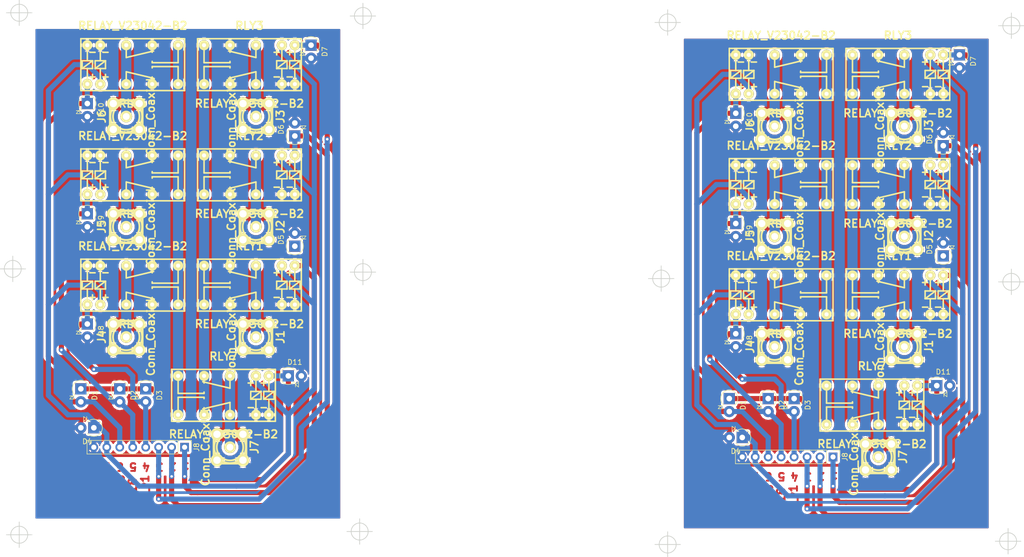
<source format=kicad_pcb>
(kicad_pcb (version 4) (host pcbnew 4.0.7)
  (layers (0 F.Cu signal) (31 B.Cu signal) (34 B.Paste user) (35 F.Paste user) (36 B.SilkS user) (37 F.SilkS user) (38 B.Mask user) (39 F.Mask user) (44 Edge.Cuts user))
  (net 0 "")
  (net 1 GND)
  (net 2 C6)
  (net 3 C5)
  (net 4 C4)
  (net 5 "Net-(J1-Pad1)")
  (net 6 "Net-(J2-Pad1)")
  (net 7 "Net-(J3-Pad1)")
  (net 8 "Net-(J4-Pad1)")
  (net 9 "Net-(J5-Pad1)")
  (net 10 "Net-(J6-Pad1)")
  (net 11 "Net-(J7-Pad1)")
  (net 12 reset)
  (net 13 RF1)
  (net 14 RF2)
  (net 15 "Net-(D1-Pad1)")
  (net 16 C1)
  (net 17 C2)
  (net 18 C3)
  (module Pin_Headers:Pin_Header_Straight_1x08_Pitch2.54mm (layer F.Cu) (at 208.28 143.51 270)
    (fp_text reference J8 (at 0 -2.33 270) (layer F.SilkS))
    (fp_text value Conn_01x08)
    (pad 1 thru_hole rect (at 0 0 270) (size 1.7 1.7) (drill 1) (layers *.Cu *.Mask) (net 16 C1))
    (pad 2 thru_hole oval (at 0 2.54 270) (size 1.7 1.7) (drill 1) (layers *.Cu *.Mask) (net 17 C2))
    (pad 3 thru_hole oval (at 0 5.08 270) (size 1.7 1.7) (drill 1) (layers *.Cu *.Mask) (net 18 C3))
    (pad 4 thru_hole oval (at 0 7.62 270) (size 1.7 1.7) (drill 1) (layers *.Cu *.Mask) (net 4 C4))
    (pad 5 thru_hole oval (at 0 10.16 270) (size 1.7 1.7) (drill 1) (layers *.Cu *.Mask) (net 3 C5))
    (pad 6 thru_hole oval (at 0 12.7 270) (size 1.7 1.7) (drill 1) (layers *.Cu *.Mask) (net 2 C6))
    (pad 7 thru_hole oval (at 0 15.24 270) (size 1.7 1.7) (drill 1) (layers *.Cu *.Mask) (net 12 reset))
    (pad 8 thru_hole oval (at 0 17.78 270) (size 1.7 1.7) (drill 1) (layers *.Cu *.Mask) (net 1 GND))
  )
  (module Diodes_THT:D_DO-41_SOD81_P2.54mm_Vertical_AnodeUp (layer F.Cu) (at 228.6 129.54)
    (fp_text reference D11 (at 1.27 -2.690635) (layer F.SilkS))
    (fp_text value D)
    (pad 1 thru_hole rect (at 0 0) (size 2.2 2.2) (drill 1.1) (layers *.Cu *.Mask) (net 15 "Net-(D1-Pad1)"))
    (pad 2 thru_hole oval (at 2.54 0) (size 2.2 2.2) (drill 1.1) (layers *.Cu *.Mask) (net 1 GND))
  )
  (module Diodes_THT:D_DO-41_SOD81_P2.54mm_Vertical_AnodeUp (layer F.Cu) (at 189.23 76.2 270)
    (fp_text reference D10 (at 1.27 -2.690635 270) (layer F.SilkS))
    (fp_text value D)
    (pad 1 thru_hole rect (at 0 0 270) (size 2.2 2.2) (drill 1.1) (layers *.Cu *.Mask) (net 2 C6))
    (pad 2 thru_hole oval (at 2.54 0 270) (size 2.2 2.2) (drill 1.1) (layers *.Cu *.Mask) (net 1 GND))
  )
  (module Diodes_THT:D_DO-41_SOD81_P2.54mm_Vertical_AnodeUp (layer F.Cu) (at 189.23 97.79 270)
    (fp_text reference D9 (at 1.27 -2.690635 270) (layer F.SilkS))
    (fp_text value D)
    (pad 1 thru_hole rect (at 0 0 270) (size 2.2 2.2) (drill 1.1) (layers *.Cu *.Mask) (net 3 C5))
    (pad 2 thru_hole oval (at 2.54 0 270) (size 2.2 2.2) (drill 1.1) (layers *.Cu *.Mask) (net 1 GND))
  )
  (module Diodes_THT:D_DO-41_SOD81_P2.54mm_Vertical_AnodeUp (layer F.Cu) (at 189.23 119.38 270)
    (fp_text reference D8 (at 1.27 -2.690635 270) (layer F.SilkS))
    (fp_text value D)
    (pad 1 thru_hole rect (at 0 0 270) (size 2.2 2.2) (drill 1.1) (layers *.Cu *.Mask) (net 4 C4))
    (pad 2 thru_hole oval (at 2.54 0 270) (size 2.2 2.2) (drill 1.1) (layers *.Cu *.Mask) (net 1 GND))
  )
  (module Diodes_THT:D_DO-41_SOD81_P2.54mm_Vertical_AnodeUp (layer F.Cu) (at 233.045 64.77 270)
    (fp_text reference D7 (at 1.27 -2.690635 270) (layer F.SilkS))
    (fp_text value D)
    (pad 1 thru_hole rect (at 0 0 270) (size 2.2 2.2) (drill 1.1) (layers *.Cu *.Mask) (net 18 C3))
    (pad 2 thru_hole oval (at 2.54 0 270) (size 2.2 2.2) (drill 1.1) (layers *.Cu *.Mask) (net 1 GND))
  )
  (module Diodes_THT:D_DO-41_SOD81_P2.54mm_Vertical_AnodeUp (layer F.Cu) (at 229.87 82.55 90)
    (fp_text reference D6 (at 1.27 -2.690635 90) (layer F.SilkS))
    (fp_text value D)
    (pad 1 thru_hole rect (at 0 0 90) (size 2.2 2.2) (drill 1.1) (layers *.Cu *.Mask) (net 17 C2))
    (pad 2 thru_hole oval (at 2.54 0 90) (size 2.2 2.2) (drill 1.1) (layers *.Cu *.Mask) (net 1 GND))
  )
  (module Diodes_THT:D_DO-41_SOD81_P2.54mm_Vertical_AnodeUp (layer F.Cu) (at 229.87 104.14 90)
    (fp_text reference D5 (at 1.27 -2.690635 90) (layer F.SilkS))
    (fp_text value D)
    (pad 1 thru_hole rect (at 0 0 90) (size 2.2 2.2) (drill 1.1) (layers *.Cu *.Mask) (net 16 C1))
    (pad 2 thru_hole oval (at 2.54 0 90) (size 2.2 2.2) (drill 1.1) (layers *.Cu *.Mask) (net 1 GND))
  )
  (module w_relay:relay_V23042-B2 (layer F.Cu) (at 215.9 133.35 180)
    (fp_text reference RLY7 (at 0 7.62 180) (layer F.SilkS) (effects (font (thickness 0.3048))))
    (fp_text value RELAY_V23042-B2 (at 0 -7.62 180) (layer F.SilkS) (effects (font (thickness 0.3048))))
    (pad 1 thru_hole circle (at -8.89 3.81 180) (size 1.99898 1.99898) (drill 0.8001) (layers *.Cu *.Mask F.SilkS) (net 15 "Net-(D1-Pad1)"))
    (pad 4 thru_hole circle (at -1.27 3.81 180) (size 1.99898 1.99898) (drill 0.8001) (layers *.Cu *.Mask F.SilkS) (net 11 "Net-(J7-Pad1)"))
    (pad 6 thru_hole circle (at 3.81 3.81 180) (size 1.99898 1.99898) (drill 0.8001) (layers *.Cu *.Mask F.SilkS) (net 13 RF1))
    (pad 8 thru_hole circle (at 8.89 3.81 180) (size 1.99898 1.99898) (drill 0.8001) (layers *.Cu *.Mask F.SilkS) (net 14 RF2))
    (pad 9 thru_hole circle (at 8.89 -3.81 180) (size 1.99898 1.99898) (drill 0.8001) (layers *.Cu *.Mask F.SilkS) (net 14 RF2))
    (pad 11 thru_hole circle (at 3.81 -3.81 180) (size 1.99898 1.99898) (drill 0.8001) (layers *.Cu *.Mask F.SilkS) (net 13 RF1))
    (pad 13 thru_hole circle (at -1.27 -3.81 180) (size 1.99898 1.99898) (drill 0.8001) (layers *.Cu *.Mask F.SilkS) (net 11 "Net-(J7-Pad1)"))
    (pad 16 thru_hole circle (at -8.89 -3.81 180) (size 1.99898 1.99898) (drill 0.8001) (layers *.Cu *.Mask F.SilkS) (net 1 GND))
    (pad 2 thru_hole circle (at -6.35 3.81 180) (size 1.99898 1.99898) (drill 0.8001) (layers *.Cu *.Mask F.SilkS) (net 12 reset))
    (pad 15 thru_hole circle (at -6.35 -3.81 180) (size 1.99898 1.99898) (drill 0.8001) (layers *.Cu *.Mask F.SilkS) (net 1 GND))
  )
  (module w_relay:relay_V23042-B2 (layer F.Cu) (at 198.12 68.58)
    (fp_text reference RLY6 (at 0 7.62) (layer F.SilkS) (effects (font (thickness 0.3048))))
    (fp_text value RELAY_V23042-B2 (at 0 -7.62) (layer F.SilkS) (effects (font (thickness 0.3048))))
    (pad 1 thru_hole circle (at -8.89 3.81) (size 1.99898 1.99898) (drill 0.8001) (layers *.Cu *.Mask F.SilkS) (net 2 C6))
    (pad 4 thru_hole circle (at -1.27 3.81) (size 1.99898 1.99898) (drill 0.8001) (layers *.Cu *.Mask F.SilkS) (net 10 "Net-(J6-Pad1)"))
    (pad 6 thru_hole circle (at 3.81 3.81) (size 1.99898 1.99898) (drill 0.8001) (layers *.Cu *.Mask F.SilkS) (net 1 GND))
    (pad 8 thru_hole circle (at 8.89 3.81) (size 1.99898 1.99898) (drill 0.8001) (layers *.Cu *.Mask F.SilkS) (net 14 RF2))
    (pad 9 thru_hole circle (at 8.89 -3.81) (size 1.99898 1.99898) (drill 0.8001) (layers *.Cu *.Mask F.SilkS) (net 14 RF2))
    (pad 11 thru_hole circle (at 3.81 -3.81) (size 1.99898 1.99898) (drill 0.8001) (layers *.Cu *.Mask F.SilkS) (net 1 GND))
    (pad 13 thru_hole circle (at -1.27 -3.81) (size 1.99898 1.99898) (drill 0.8001) (layers *.Cu *.Mask F.SilkS) (net 10 "Net-(J6-Pad1)"))
    (pad 16 thru_hole circle (at -8.89 -3.81) (size 1.99898 1.99898) (drill 0.8001) (layers *.Cu *.Mask F.SilkS) (net 1 GND))
    (pad 2 thru_hole circle (at -6.35 3.81) (size 1.99898 1.99898) (drill 0.8001) (layers *.Cu *.Mask F.SilkS) (net 12 reset))
    (pad 15 thru_hole circle (at -6.35 -3.81) (size 1.99898 1.99898) (drill 0.8001) (layers *.Cu *.Mask F.SilkS) (net 1 GND))
  )
  (module w_relay:relay_V23042-B2 (layer F.Cu) (at 198.12 90.17)
    (fp_text reference RLY5 (at 0 7.62) (layer F.SilkS) (effects (font (thickness 0.3048))))
    (fp_text value RELAY_V23042-B2 (at 0 -7.62) (layer F.SilkS) (effects (font (thickness 0.3048))))
    (pad 1 thru_hole circle (at -8.89 3.81) (size 1.99898 1.99898) (drill 0.8001) (layers *.Cu *.Mask F.SilkS) (net 3 C5))
    (pad 4 thru_hole circle (at -1.27 3.81) (size 1.99898 1.99898) (drill 0.8001) (layers *.Cu *.Mask F.SilkS) (net 9 "Net-(J5-Pad1)"))
    (pad 6 thru_hole circle (at 3.81 3.81) (size 1.99898 1.99898) (drill 0.8001) (layers *.Cu *.Mask F.SilkS) (net 1 GND))
    (pad 8 thru_hole circle (at 8.89 3.81) (size 1.99898 1.99898) (drill 0.8001) (layers *.Cu *.Mask F.SilkS) (net 14 RF2))
    (pad 9 thru_hole circle (at 8.89 -3.81) (size 1.99898 1.99898) (drill 0.8001) (layers *.Cu *.Mask F.SilkS) (net 14 RF2))
    (pad 11 thru_hole circle (at 3.81 -3.81) (size 1.99898 1.99898) (drill 0.8001) (layers *.Cu *.Mask F.SilkS) (net 1 GND))
    (pad 13 thru_hole circle (at -1.27 -3.81) (size 1.99898 1.99898) (drill 0.8001) (layers *.Cu *.Mask F.SilkS) (net 9 "Net-(J5-Pad1)"))
    (pad 16 thru_hole circle (at -8.89 -3.81) (size 1.99898 1.99898) (drill 0.8001) (layers *.Cu *.Mask F.SilkS) (net 1 GND))
    (pad 2 thru_hole circle (at -6.35 3.81) (size 1.99898 1.99898) (drill 0.8001) (layers *.Cu *.Mask F.SilkS) (net 12 reset))
    (pad 15 thru_hole circle (at -6.35 -3.81) (size 1.99898 1.99898) (drill 0.8001) (layers *.Cu *.Mask F.SilkS) (net 1 GND))
  )
  (module w_relay:relay_V23042-B2 (layer F.Cu) (at 198.12 111.76)
    (fp_text reference RLY4 (at 0 7.62) (layer F.SilkS) (effects (font (thickness 0.3048))))
    (fp_text value RELAY_V23042-B2 (at 0 -7.62) (layer F.SilkS) (effects (font (thickness 0.3048))))
    (pad 1 thru_hole circle (at -8.89 3.81) (size 1.99898 1.99898) (drill 0.8001) (layers *.Cu *.Mask F.SilkS) (net 4 C4))
    (pad 4 thru_hole circle (at -1.27 3.81) (size 1.99898 1.99898) (drill 0.8001) (layers *.Cu *.Mask F.SilkS) (net 8 "Net-(J4-Pad1)"))
    (pad 6 thru_hole circle (at 3.81 3.81) (size 1.99898 1.99898) (drill 0.8001) (layers *.Cu *.Mask F.SilkS) (net 1 GND))
    (pad 8 thru_hole circle (at 8.89 3.81) (size 1.99898 1.99898) (drill 0.8001) (layers *.Cu *.Mask F.SilkS) (net 14 RF2))
    (pad 9 thru_hole circle (at 8.89 -3.81) (size 1.99898 1.99898) (drill 0.8001) (layers *.Cu *.Mask F.SilkS) (net 14 RF2))
    (pad 11 thru_hole circle (at 3.81 -3.81) (size 1.99898 1.99898) (drill 0.8001) (layers *.Cu *.Mask F.SilkS) (net 1 GND))
    (pad 13 thru_hole circle (at -1.27 -3.81) (size 1.99898 1.99898) (drill 0.8001) (layers *.Cu *.Mask F.SilkS) (net 8 "Net-(J4-Pad1)"))
    (pad 16 thru_hole circle (at -8.89 -3.81) (size 1.99898 1.99898) (drill 0.8001) (layers *.Cu *.Mask F.SilkS) (net 1 GND))
    (pad 2 thru_hole circle (at -6.35 3.81) (size 1.99898 1.99898) (drill 0.8001) (layers *.Cu *.Mask F.SilkS) (net 12 reset))
    (pad 15 thru_hole circle (at -6.35 -3.81) (size 1.99898 1.99898) (drill 0.8001) (layers *.Cu *.Mask F.SilkS) (net 1 GND))
  )
  (module w_relay:relay_V23042-B2 (layer F.Cu) (at 220.98 68.58 180)
    (fp_text reference RLY3 (at 0 7.62 180) (layer F.SilkS) (effects (font (thickness 0.3048))))
    (fp_text value RELAY_V23042-B2 (at 0 -7.62 180) (layer F.SilkS) (effects (font (thickness 0.3048))))
    (pad 1 thru_hole circle (at -8.89 3.81 180) (size 1.99898 1.99898) (drill 0.8001) (layers *.Cu *.Mask F.SilkS) (net 18 C3))
    (pad 4 thru_hole circle (at -1.27 3.81 180) (size 1.99898 1.99898) (drill 0.8001) (layers *.Cu *.Mask F.SilkS) (net 7 "Net-(J3-Pad1)"))
    (pad 6 thru_hole circle (at 3.81 3.81 180) (size 1.99898 1.99898) (drill 0.8001) (layers *.Cu *.Mask F.SilkS) (net 1 GND))
    (pad 8 thru_hole circle (at 8.89 3.81 180) (size 1.99898 1.99898) (drill 0.8001) (layers *.Cu *.Mask F.SilkS) (net 13 RF1))
    (pad 9 thru_hole circle (at 8.89 -3.81 180) (size 1.99898 1.99898) (drill 0.8001) (layers *.Cu *.Mask F.SilkS) (net 13 RF1))
    (pad 11 thru_hole circle (at 3.81 -3.81 180) (size 1.99898 1.99898) (drill 0.8001) (layers *.Cu *.Mask F.SilkS) (net 1 GND))
    (pad 13 thru_hole circle (at -1.27 -3.81 180) (size 1.99898 1.99898) (drill 0.8001) (layers *.Cu *.Mask F.SilkS) (net 7 "Net-(J3-Pad1)"))
    (pad 16 thru_hole circle (at -8.89 -3.81 180) (size 1.99898 1.99898) (drill 0.8001) (layers *.Cu *.Mask F.SilkS) (net 1 GND))
    (pad 2 thru_hole circle (at -6.35 3.81 180) (size 1.99898 1.99898) (drill 0.8001) (layers *.Cu *.Mask F.SilkS) (net 12 reset))
    (pad 15 thru_hole circle (at -6.35 -3.81 180) (size 1.99898 1.99898) (drill 0.8001) (layers *.Cu *.Mask F.SilkS) (net 1 GND))
  )
  (module w_relay:relay_V23042-B2 (layer F.Cu) (at 220.98 90.17 180)
    (fp_text reference RLY2 (at 0 7.62 180) (layer F.SilkS) (effects (font (thickness 0.3048))))
    (fp_text value RELAY_V23042-B2 (at 0 -7.62 180) (layer F.SilkS) (effects (font (thickness 0.3048))))
    (pad 1 thru_hole circle (at -8.89 3.81 180) (size 1.99898 1.99898) (drill 0.8001) (layers *.Cu *.Mask F.SilkS) (net 17 C2))
    (pad 4 thru_hole circle (at -1.27 3.81 180) (size 1.99898 1.99898) (drill 0.8001) (layers *.Cu *.Mask F.SilkS) (net 6 "Net-(J2-Pad1)"))
    (pad 6 thru_hole circle (at 3.81 3.81 180) (size 1.99898 1.99898) (drill 0.8001) (layers *.Cu *.Mask F.SilkS) (net 1 GND))
    (pad 8 thru_hole circle (at 8.89 3.81 180) (size 1.99898 1.99898) (drill 0.8001) (layers *.Cu *.Mask F.SilkS) (net 13 RF1))
    (pad 9 thru_hole circle (at 8.89 -3.81 180) (size 1.99898 1.99898) (drill 0.8001) (layers *.Cu *.Mask F.SilkS) (net 13 RF1))
    (pad 11 thru_hole circle (at 3.81 -3.81 180) (size 1.99898 1.99898) (drill 0.8001) (layers *.Cu *.Mask F.SilkS) (net 1 GND))
    (pad 13 thru_hole circle (at -1.27 -3.81 180) (size 1.99898 1.99898) (drill 0.8001) (layers *.Cu *.Mask F.SilkS) (net 6 "Net-(J2-Pad1)"))
    (pad 16 thru_hole circle (at -8.89 -3.81 180) (size 1.99898 1.99898) (drill 0.8001) (layers *.Cu *.Mask F.SilkS) (net 1 GND))
    (pad 2 thru_hole circle (at -6.35 3.81 180) (size 1.99898 1.99898) (drill 0.8001) (layers *.Cu *.Mask F.SilkS) (net 12 reset))
    (pad 15 thru_hole circle (at -6.35 -3.81 180) (size 1.99898 1.99898) (drill 0.8001) (layers *.Cu *.Mask F.SilkS) (net 1 GND))
  )
  (module w_relay:relay_V23042-B2 (layer F.Cu) (at 220.98 111.76 180)
    (fp_text reference RLY1 (at 0 7.62 180) (layer F.SilkS) (effects (font (thickness 0.3048))))
    (fp_text value RELAY_V23042-B2 (at 0 -7.62 180) (layer F.SilkS) (effects (font (thickness 0.3048))))
    (pad 1 thru_hole circle (at -8.89 3.81 180) (size 1.99898 1.99898) (drill 0.8001) (layers *.Cu *.Mask F.SilkS) (net 16 C1))
    (pad 4 thru_hole circle (at -1.27 3.81 180) (size 1.99898 1.99898) (drill 0.8001) (layers *.Cu *.Mask F.SilkS) (net 5 "Net-(J1-Pad1)"))
    (pad 6 thru_hole circle (at 3.81 3.81 180) (size 1.99898 1.99898) (drill 0.8001) (layers *.Cu *.Mask F.SilkS) (net 1 GND))
    (pad 8 thru_hole circle (at 8.89 3.81 180) (size 1.99898 1.99898) (drill 0.8001) (layers *.Cu *.Mask F.SilkS) (net 13 RF1))
    (pad 9 thru_hole circle (at 8.89 -3.81 180) (size 1.99898 1.99898) (drill 0.8001) (layers *.Cu *.Mask F.SilkS) (net 13 RF1))
    (pad 11 thru_hole circle (at 3.81 -3.81 180) (size 1.99898 1.99898) (drill 0.8001) (layers *.Cu *.Mask F.SilkS) (net 1 GND))
    (pad 13 thru_hole circle (at -1.27 -3.81 180) (size 1.99898 1.99898) (drill 0.8001) (layers *.Cu *.Mask F.SilkS) (net 5 "Net-(J1-Pad1)"))
    (pad 16 thru_hole circle (at -8.89 -3.81 180) (size 1.99898 1.99898) (drill 0.8001) (layers *.Cu *.Mask F.SilkS) (net 1 GND))
    (pad 2 thru_hole circle (at -6.35 3.81 180) (size 1.99898 1.99898) (drill 0.8001) (layers *.Cu *.Mask F.SilkS) (net 12 reset))
    (pad 15 thru_hole circle (at -6.35 -3.81 180) (size 1.99898 1.99898) (drill 0.8001) (layers *.Cu *.Mask F.SilkS) (net 1 GND))
  )
  (module Connectors_RF:sma_straight_32k101-400l5 (layer F.Cu) (at 217.17 143.51 90)
    (fp_text reference J7 (at 0 4.8 90) (layer F.SilkS) (effects (font (thickness 0.3048))))
    (fp_text value Conn_Coaxial (at 0 -4.8 90) (layer F.SilkS) (effects (font (thickness 0.3048))))
    (pad 1 thru_hole circle (at 0 0 90) (size 2.3 2.3) (drill 1.35) (layers *.Cu *.Mask F.SilkS) (net 11 "Net-(J7-Pad1)"))
    (pad 2 thru_hole circle (at 2.54 -2.54 90) (size 2.5 2.5) (drill 1.45) (layers *.Cu *.Mask F.SilkS) (net 1 GND))
    (pad 2 thru_hole circle (at -2.54 -2.54 90) (size 2.5 2.5) (drill 1.45) (layers *.Cu *.Mask F.SilkS) (net 1 GND))
    (pad 2 thru_hole circle (at -2.54 2.54 90) (size 2.5 2.5) (drill 1.45) (layers *.Cu *.Mask F.SilkS) (net 1 GND))
    (pad 2 thru_hole circle (at 2.54 2.54 90) (size 2.5 2.5) (drill 1.45) (layers *.Cu *.Mask F.SilkS) (net 1 GND))
  )
  (module Connectors_RF:sma_straight_32k101-400l5 (layer F.Cu) (at 196.85 78.74 270)
    (fp_text reference J6 (at 0 4.8 270) (layer F.SilkS) (effects (font (thickness 0.3048))))
    (fp_text value Conn_Coaxial (at 0 -4.8 270) (layer F.SilkS) (effects (font (thickness 0.3048))))
    (pad 1 thru_hole circle (at 0 0 270) (size 2.3 2.3) (drill 1.35) (layers *.Cu *.Mask F.SilkS) (net 10 "Net-(J6-Pad1)"))
    (pad 2 thru_hole circle (at 2.54 -2.54 270) (size 2.5 2.5) (drill 1.45) (layers *.Cu *.Mask F.SilkS) (net 1 GND))
    (pad 2 thru_hole circle (at -2.54 -2.54 270) (size 2.5 2.5) (drill 1.45) (layers *.Cu *.Mask F.SilkS) (net 1 GND))
    (pad 2 thru_hole circle (at -2.54 2.54 270) (size 2.5 2.5) (drill 1.45) (layers *.Cu *.Mask F.SilkS) (net 1 GND))
    (pad 2 thru_hole circle (at 2.54 2.54 270) (size 2.5 2.5) (drill 1.45) (layers *.Cu *.Mask F.SilkS) (net 1 GND))
  )
  (module Connectors_RF:sma_straight_32k101-400l5 (layer F.Cu) (at 196.85 100.33 270)
    (fp_text reference J5 (at 0 4.8 270) (layer F.SilkS) (effects (font (thickness 0.3048))))
    (fp_text value Conn_Coaxial (at 0 -4.8 270) (layer F.SilkS) (effects (font (thickness 0.3048))))
    (pad 1 thru_hole circle (at 0 0 270) (size 2.3 2.3) (drill 1.35) (layers *.Cu *.Mask F.SilkS) (net 9 "Net-(J5-Pad1)"))
    (pad 2 thru_hole circle (at 2.54 -2.54 270) (size 2.5 2.5) (drill 1.45) (layers *.Cu *.Mask F.SilkS) (net 1 GND))
    (pad 2 thru_hole circle (at -2.54 -2.54 270) (size 2.5 2.5) (drill 1.45) (layers *.Cu *.Mask F.SilkS) (net 1 GND))
    (pad 2 thru_hole circle (at -2.54 2.54 270) (size 2.5 2.5) (drill 1.45) (layers *.Cu *.Mask F.SilkS) (net 1 GND))
    (pad 2 thru_hole circle (at 2.54 2.54 270) (size 2.5 2.5) (drill 1.45) (layers *.Cu *.Mask F.SilkS) (net 1 GND))
  )
  (module Connectors_RF:sma_straight_32k101-400l5 (layer F.Cu) (at 196.85 121.92 270)
    (fp_text reference J4 (at 0 4.8 270) (layer F.SilkS) (effects (font (thickness 0.3048))))
    (fp_text value Conn_Coaxial (at 0 -4.8 270) (layer F.SilkS) (effects (font (thickness 0.3048))))
    (pad 1 thru_hole circle (at 0 0 270) (size 2.3 2.3) (drill 1.35) (layers *.Cu *.Mask F.SilkS) (net 8 "Net-(J4-Pad1)"))
    (pad 2 thru_hole circle (at 2.54 -2.54 270) (size 2.5 2.5) (drill 1.45) (layers *.Cu *.Mask F.SilkS) (net 1 GND))
    (pad 2 thru_hole circle (at -2.54 -2.54 270) (size 2.5 2.5) (drill 1.45) (layers *.Cu *.Mask F.SilkS) (net 1 GND))
    (pad 2 thru_hole circle (at -2.54 2.54 270) (size 2.5 2.5) (drill 1.45) (layers *.Cu *.Mask F.SilkS) (net 1 GND))
    (pad 2 thru_hole circle (at 2.54 2.54 270) (size 2.5 2.5) (drill 1.45) (layers *.Cu *.Mask F.SilkS) (net 1 GND))
  )
  (module Connectors_RF:sma_straight_32k101-400l5 (layer F.Cu) (at 222.25 78.74 90)
    (fp_text reference J3 (at 0 4.8 90) (layer F.SilkS) (effects (font (thickness 0.3048))))
    (fp_text value Conn_Coaxial (at 0 -4.8 90) (layer F.SilkS) (effects (font (thickness 0.3048))))
    (pad 1 thru_hole circle (at 0 0 90) (size 2.3 2.3) (drill 1.35) (layers *.Cu *.Mask F.SilkS) (net 7 "Net-(J3-Pad1)"))
    (pad 2 thru_hole circle (at 2.54 -2.54 90) (size 2.5 2.5) (drill 1.45) (layers *.Cu *.Mask F.SilkS) (net 1 GND))
    (pad 2 thru_hole circle (at -2.54 -2.54 90) (size 2.5 2.5) (drill 1.45) (layers *.Cu *.Mask F.SilkS) (net 1 GND))
    (pad 2 thru_hole circle (at -2.54 2.54 90) (size 2.5 2.5) (drill 1.45) (layers *.Cu *.Mask F.SilkS) (net 1 GND))
    (pad 2 thru_hole circle (at 2.54 2.54 90) (size 2.5 2.5) (drill 1.45) (layers *.Cu *.Mask F.SilkS) (net 1 GND))
  )
  (module Connectors_RF:sma_straight_32k101-400l5 (layer F.Cu) (at 222.25 100.33 90)
    (fp_text reference J2 (at 0 4.8 90) (layer F.SilkS) (effects (font (thickness 0.3048))))
    (fp_text value Conn_Coaxial (at 0 -4.8 90) (layer F.SilkS) (effects (font (thickness 0.3048))))
    (pad 1 thru_hole circle (at 0 0 90) (size 2.3 2.3) (drill 1.35) (layers *.Cu *.Mask F.SilkS) (net 6 "Net-(J2-Pad1)"))
    (pad 2 thru_hole circle (at 2.54 -2.54 90) (size 2.5 2.5) (drill 1.45) (layers *.Cu *.Mask F.SilkS) (net 1 GND))
    (pad 2 thru_hole circle (at -2.54 -2.54 90) (size 2.5 2.5) (drill 1.45) (layers *.Cu *.Mask F.SilkS) (net 1 GND))
    (pad 2 thru_hole circle (at -2.54 2.54 90) (size 2.5 2.5) (drill 1.45) (layers *.Cu *.Mask F.SilkS) (net 1 GND))
    (pad 2 thru_hole circle (at 2.54 2.54 90) (size 2.5 2.5) (drill 1.45) (layers *.Cu *.Mask F.SilkS) (net 1 GND))
  )
  (module Connectors_RF:sma_straight_32k101-400l5 (layer F.Cu) (at 222.25 121.92 90)
    (fp_text reference J1 (at 0 4.8 90) (layer F.SilkS) (effects (font (thickness 0.3048))))
    (fp_text value Conn_Coaxial (at 0 -4.8 90) (layer F.SilkS) (effects (font (thickness 0.3048))))
    (pad 1 thru_hole circle (at 0 0 90) (size 2.3 2.3) (drill 1.35) (layers *.Cu *.Mask F.SilkS) (net 5 "Net-(J1-Pad1)"))
    (pad 2 thru_hole circle (at 2.54 -2.54 90) (size 2.5 2.5) (drill 1.45) (layers *.Cu *.Mask F.SilkS) (net 1 GND))
    (pad 2 thru_hole circle (at -2.54 -2.54 90) (size 2.5 2.5) (drill 1.45) (layers *.Cu *.Mask F.SilkS) (net 1 GND))
    (pad 2 thru_hole circle (at -2.54 2.54 90) (size 2.5 2.5) (drill 1.45) (layers *.Cu *.Mask F.SilkS) (net 1 GND))
    (pad 2 thru_hole circle (at 2.54 2.54 90) (size 2.5 2.5) (drill 1.45) (layers *.Cu *.Mask F.SilkS) (net 1 GND))
  )
  (module Diodes_THT:D_DO-41_SOD81_P2.54mm_Vertical_AnodeUp (layer F.Cu) (at 190.5 139.7 180)
    (fp_text reference D4 (at 1.27 -2.690635 180) (layer F.SilkS))
    (fp_text value D)
    (pad 1 thru_hole rect (at 0 0 180) (size 2.2 2.2) (drill 1.1) (layers *.Cu *.Mask) (net 12 reset))
    (pad 2 thru_hole oval (at 2.54 0 180) (size 2.2 2.2) (drill 1.1) (layers *.Cu *.Mask) (net 1 GND))
  )
  (module Diodes_THT:D_DO-41_SOD81_P2.54mm_Vertical_AnodeUp (layer F.Cu) (at 200.66 132.08 270)
    (fp_text reference D3 (at 1.27 -2.690635 270) (layer F.SilkS))
    (fp_text value D)
    (pad 1 thru_hole rect (at 0 0 270) (size 2.2 2.2) (drill 1.1) (layers *.Cu *.Mask) (net 15 "Net-(D1-Pad1)"))
    (pad 2 thru_hole oval (at 2.54 0 270) (size 2.2 2.2) (drill 1.1) (layers *.Cu *.Mask) (net 4 C4))
  )
  (module Diodes_THT:D_DO-41_SOD81_P2.54mm_Vertical_AnodeUp (layer F.Cu) (at 195.58 132.08 270)
    (fp_text reference D2 (at 1.27 -2.690635 270) (layer F.SilkS))
    (fp_text value D)
    (pad 1 thru_hole rect (at 0 0 270) (size 2.2 2.2) (drill 1.1) (layers *.Cu *.Mask) (net 15 "Net-(D1-Pad1)"))
    (pad 2 thru_hole oval (at 2.54 0 270) (size 2.2 2.2) (drill 1.1) (layers *.Cu *.Mask) (net 3 C5))
  )
  (module Diodes_THT:D_DO-41_SOD81_P2.54mm_Vertical_AnodeUp (layer F.Cu) (at 187.96 132.08 270)
    (fp_text reference D1 (at 1.27 -2.690635 270) (layer F.SilkS))
    (fp_text value D)
    (pad 1 thru_hole rect (at 0 0 270) (size 2.2 2.2) (drill 1.1) (layers *.Cu *.Mask) (net 15 "Net-(D1-Pad1)"))
    (pad 2 thru_hole oval (at 2.54 0 270) (size 2.2 2.2) (drill 1.1) (layers *.Cu *.Mask) (net 2 C6))
  )
  (module Diodes_THT:D_DO-41_SOD81_P2.54mm_Vertical_AnodeUp (layer F.Cu) (at 60.96 130.175 270)
    (fp_text reference D1 (at 1.27 -2.690635 270) (layer F.SilkS))
    (fp_text value D)
    (pad 1 thru_hole rect (at 0 0 270) (size 2.2 2.2) (drill 1.1) (layers *.Cu *.Mask) (net 15 "Net-(D1-Pad1)"))
    (pad 2 thru_hole oval (at 2.54 0 270) (size 2.2 2.2) (drill 1.1) (layers *.Cu *.Mask) (net 2 C6))
  )
  (module Diodes_THT:D_DO-41_SOD81_P2.54mm_Vertical_AnodeUp (layer F.Cu) (at 68.58 130.175 270)
    (fp_text reference D2 (at 1.27 -2.690635 270) (layer F.SilkS))
    (fp_text value D)
    (pad 1 thru_hole rect (at 0 0 270) (size 2.2 2.2) (drill 1.1) (layers *.Cu *.Mask) (net 15 "Net-(D1-Pad1)"))
    (pad 2 thru_hole oval (at 2.54 0 270) (size 2.2 2.2) (drill 1.1) (layers *.Cu *.Mask) (net 3 C5))
  )
  (module Diodes_THT:D_DO-41_SOD81_P2.54mm_Vertical_AnodeUp (layer F.Cu) (at 73.66 130.175 270)
    (fp_text reference D3 (at 1.27 -2.690635 270) (layer F.SilkS))
    (fp_text value D)
    (pad 1 thru_hole rect (at 0 0 270) (size 2.2 2.2) (drill 1.1) (layers *.Cu *.Mask) (net 15 "Net-(D1-Pad1)"))
    (pad 2 thru_hole oval (at 2.54 0 270) (size 2.2 2.2) (drill 1.1) (layers *.Cu *.Mask) (net 4 C4))
  )
  (module Diodes_THT:D_DO-41_SOD81_P2.54mm_Vertical_AnodeUp (layer F.Cu) (at 63.5 137.795 180)
    (fp_text reference D4 (at 1.27 -2.690635 180) (layer F.SilkS))
    (fp_text value D)
    (pad 1 thru_hole rect (at 0 0 180) (size 2.2 2.2) (drill 1.1) (layers *.Cu *.Mask) (net 12 reset))
    (pad 2 thru_hole oval (at 2.54 0 180) (size 2.2 2.2) (drill 1.1) (layers *.Cu *.Mask) (net 1 GND))
  )
  (module Connectors_RF:sma_straight_32k101-400l5 (layer F.Cu) (at 95.25 120.015 90)
    (fp_text reference J1 (at 0 4.8 90) (layer F.SilkS) (effects (font (thickness 0.3048))))
    (fp_text value Conn_Coaxial (at 0 -4.8 90) (layer F.SilkS) (effects (font (thickness 0.3048))))
    (pad 1 thru_hole circle (at 0 0 90) (size 2.3 2.3) (drill 1.35) (layers *.Cu *.Mask F.SilkS) (net 5 "Net-(J1-Pad1)"))
    (pad 2 thru_hole circle (at 2.54 -2.54 90) (size 2.5 2.5) (drill 1.45) (layers *.Cu *.Mask F.SilkS) (net 1 GND))
    (pad 2 thru_hole circle (at -2.54 -2.54 90) (size 2.5 2.5) (drill 1.45) (layers *.Cu *.Mask F.SilkS) (net 1 GND))
    (pad 2 thru_hole circle (at -2.54 2.54 90) (size 2.5 2.5) (drill 1.45) (layers *.Cu *.Mask F.SilkS) (net 1 GND))
    (pad 2 thru_hole circle (at 2.54 2.54 90) (size 2.5 2.5) (drill 1.45) (layers *.Cu *.Mask F.SilkS) (net 1 GND))
  )
  (module Connectors_RF:sma_straight_32k101-400l5 (layer F.Cu) (at 95.25 98.425 90)
    (fp_text reference J2 (at 0 4.8 90) (layer F.SilkS) (effects (font (thickness 0.3048))))
    (fp_text value Conn_Coaxial (at 0 -4.8 90) (layer F.SilkS) (effects (font (thickness 0.3048))))
    (pad 1 thru_hole circle (at 0 0 90) (size 2.3 2.3) (drill 1.35) (layers *.Cu *.Mask F.SilkS) (net 6 "Net-(J2-Pad1)"))
    (pad 2 thru_hole circle (at 2.54 -2.54 90) (size 2.5 2.5) (drill 1.45) (layers *.Cu *.Mask F.SilkS) (net 1 GND))
    (pad 2 thru_hole circle (at -2.54 -2.54 90) (size 2.5 2.5) (drill 1.45) (layers *.Cu *.Mask F.SilkS) (net 1 GND))
    (pad 2 thru_hole circle (at -2.54 2.54 90) (size 2.5 2.5) (drill 1.45) (layers *.Cu *.Mask F.SilkS) (net 1 GND))
    (pad 2 thru_hole circle (at 2.54 2.54 90) (size 2.5 2.5) (drill 1.45) (layers *.Cu *.Mask F.SilkS) (net 1 GND))
  )
  (module Connectors_RF:sma_straight_32k101-400l5 (layer F.Cu) (at 95.25 76.835 90)
    (fp_text reference J3 (at 0 4.8 90) (layer F.SilkS) (effects (font (thickness 0.3048))))
    (fp_text value Conn_Coaxial (at 0 -4.8 90) (layer F.SilkS) (effects (font (thickness 0.3048))))
    (pad 1 thru_hole circle (at 0 0 90) (size 2.3 2.3) (drill 1.35) (layers *.Cu *.Mask F.SilkS) (net 7 "Net-(J3-Pad1)"))
    (pad 2 thru_hole circle (at 2.54 -2.54 90) (size 2.5 2.5) (drill 1.45) (layers *.Cu *.Mask F.SilkS) (net 1 GND))
    (pad 2 thru_hole circle (at -2.54 -2.54 90) (size 2.5 2.5) (drill 1.45) (layers *.Cu *.Mask F.SilkS) (net 1 GND))
    (pad 2 thru_hole circle (at -2.54 2.54 90) (size 2.5 2.5) (drill 1.45) (layers *.Cu *.Mask F.SilkS) (net 1 GND))
    (pad 2 thru_hole circle (at 2.54 2.54 90) (size 2.5 2.5) (drill 1.45) (layers *.Cu *.Mask F.SilkS) (net 1 GND))
  )
  (module Connectors_RF:sma_straight_32k101-400l5 (layer F.Cu) (at 69.85 120.015 270)
    (fp_text reference J4 (at 0 4.8 270) (layer F.SilkS) (effects (font (thickness 0.3048))))
    (fp_text value Conn_Coaxial (at 0 -4.8 270) (layer F.SilkS) (effects (font (thickness 0.3048))))
    (pad 1 thru_hole circle (at 0 0 270) (size 2.3 2.3) (drill 1.35) (layers *.Cu *.Mask F.SilkS) (net 8 "Net-(J4-Pad1)"))
    (pad 2 thru_hole circle (at 2.54 -2.54 270) (size 2.5 2.5) (drill 1.45) (layers *.Cu *.Mask F.SilkS) (net 1 GND))
    (pad 2 thru_hole circle (at -2.54 -2.54 270) (size 2.5 2.5) (drill 1.45) (layers *.Cu *.Mask F.SilkS) (net 1 GND))
    (pad 2 thru_hole circle (at -2.54 2.54 270) (size 2.5 2.5) (drill 1.45) (layers *.Cu *.Mask F.SilkS) (net 1 GND))
    (pad 2 thru_hole circle (at 2.54 2.54 270) (size 2.5 2.5) (drill 1.45) (layers *.Cu *.Mask F.SilkS) (net 1 GND))
  )
  (module Connectors_RF:sma_straight_32k101-400l5 (layer F.Cu) (at 69.85 98.425 270)
    (fp_text reference J5 (at 0 4.8 270) (layer F.SilkS) (effects (font (thickness 0.3048))))
    (fp_text value Conn_Coaxial (at 0 -4.8 270) (layer F.SilkS) (effects (font (thickness 0.3048))))
    (pad 1 thru_hole circle (at 0 0 270) (size 2.3 2.3) (drill 1.35) (layers *.Cu *.Mask F.SilkS) (net 9 "Net-(J5-Pad1)"))
    (pad 2 thru_hole circle (at 2.54 -2.54 270) (size 2.5 2.5) (drill 1.45) (layers *.Cu *.Mask F.SilkS) (net 1 GND))
    (pad 2 thru_hole circle (at -2.54 -2.54 270) (size 2.5 2.5) (drill 1.45) (layers *.Cu *.Mask F.SilkS) (net 1 GND))
    (pad 2 thru_hole circle (at -2.54 2.54 270) (size 2.5 2.5) (drill 1.45) (layers *.Cu *.Mask F.SilkS) (net 1 GND))
    (pad 2 thru_hole circle (at 2.54 2.54 270) (size 2.5 2.5) (drill 1.45) (layers *.Cu *.Mask F.SilkS) (net 1 GND))
  )
  (module Connectors_RF:sma_straight_32k101-400l5 (layer F.Cu) (at 69.85 76.835 270)
    (fp_text reference J6 (at 0 4.8 270) (layer F.SilkS) (effects (font (thickness 0.3048))))
    (fp_text value Conn_Coaxial (at 0 -4.8 270) (layer F.SilkS) (effects (font (thickness 0.3048))))
    (pad 1 thru_hole circle (at 0 0 270) (size 2.3 2.3) (drill 1.35) (layers *.Cu *.Mask F.SilkS) (net 10 "Net-(J6-Pad1)"))
    (pad 2 thru_hole circle (at 2.54 -2.54 270) (size 2.5 2.5) (drill 1.45) (layers *.Cu *.Mask F.SilkS) (net 1 GND))
    (pad 2 thru_hole circle (at -2.54 -2.54 270) (size 2.5 2.5) (drill 1.45) (layers *.Cu *.Mask F.SilkS) (net 1 GND))
    (pad 2 thru_hole circle (at -2.54 2.54 270) (size 2.5 2.5) (drill 1.45) (layers *.Cu *.Mask F.SilkS) (net 1 GND))
    (pad 2 thru_hole circle (at 2.54 2.54 270) (size 2.5 2.5) (drill 1.45) (layers *.Cu *.Mask F.SilkS) (net 1 GND))
  )
  (module Connectors_RF:sma_straight_32k101-400l5 (layer F.Cu) (at 90.17 141.605 90)
    (fp_text reference J7 (at 0 4.8 90) (layer F.SilkS) (effects (font (thickness 0.3048))))
    (fp_text value Conn_Coaxial (at 0 -4.8 90) (layer F.SilkS) (effects (font (thickness 0.3048))))
    (pad 1 thru_hole circle (at 0 0 90) (size 2.3 2.3) (drill 1.35) (layers *.Cu *.Mask F.SilkS) (net 11 "Net-(J7-Pad1)"))
    (pad 2 thru_hole circle (at 2.54 -2.54 90) (size 2.5 2.5) (drill 1.45) (layers *.Cu *.Mask F.SilkS) (net 1 GND))
    (pad 2 thru_hole circle (at -2.54 -2.54 90) (size 2.5 2.5) (drill 1.45) (layers *.Cu *.Mask F.SilkS) (net 1 GND))
    (pad 2 thru_hole circle (at -2.54 2.54 90) (size 2.5 2.5) (drill 1.45) (layers *.Cu *.Mask F.SilkS) (net 1 GND))
    (pad 2 thru_hole circle (at 2.54 2.54 90) (size 2.5 2.5) (drill 1.45) (layers *.Cu *.Mask F.SilkS) (net 1 GND))
  )
  (module w_relay:relay_V23042-B2 (layer F.Cu) (at 93.98 109.855 180)
    (fp_text reference RLY1 (at 0 7.62 180) (layer F.SilkS) (effects (font (thickness 0.3048))))
    (fp_text value RELAY_V23042-B2 (at 0 -7.62 180) (layer F.SilkS) (effects (font (thickness 0.3048))))
    (pad 1 thru_hole circle (at -8.89 3.81 180) (size 1.99898 1.99898) (drill 0.8001) (layers *.Cu *.Mask F.SilkS) (net 16 C1))
    (pad 4 thru_hole circle (at -1.27 3.81 180) (size 1.99898 1.99898) (drill 0.8001) (layers *.Cu *.Mask F.SilkS) (net 5 "Net-(J1-Pad1)"))
    (pad 6 thru_hole circle (at 3.81 3.81 180) (size 1.99898 1.99898) (drill 0.8001) (layers *.Cu *.Mask F.SilkS) (net 1 GND))
    (pad 8 thru_hole circle (at 8.89 3.81 180) (size 1.99898 1.99898) (drill 0.8001) (layers *.Cu *.Mask F.SilkS) (net 13 RF1))
    (pad 9 thru_hole circle (at 8.89 -3.81 180) (size 1.99898 1.99898) (drill 0.8001) (layers *.Cu *.Mask F.SilkS) (net 13 RF1))
    (pad 11 thru_hole circle (at 3.81 -3.81 180) (size 1.99898 1.99898) (drill 0.8001) (layers *.Cu *.Mask F.SilkS) (net 1 GND))
    (pad 13 thru_hole circle (at -1.27 -3.81 180) (size 1.99898 1.99898) (drill 0.8001) (layers *.Cu *.Mask F.SilkS) (net 5 "Net-(J1-Pad1)"))
    (pad 16 thru_hole circle (at -8.89 -3.81 180) (size 1.99898 1.99898) (drill 0.8001) (layers *.Cu *.Mask F.SilkS) (net 1 GND))
    (pad 2 thru_hole circle (at -6.35 3.81 180) (size 1.99898 1.99898) (drill 0.8001) (layers *.Cu *.Mask F.SilkS) (net 12 reset))
    (pad 15 thru_hole circle (at -6.35 -3.81 180) (size 1.99898 1.99898) (drill 0.8001) (layers *.Cu *.Mask F.SilkS) (net 1 GND))
  )
  (module w_relay:relay_V23042-B2 (layer F.Cu) (at 93.98 88.265 180)
    (fp_text reference RLY2 (at 0 7.62 180) (layer F.SilkS) (effects (font (thickness 0.3048))))
    (fp_text value RELAY_V23042-B2 (at 0 -7.62 180) (layer F.SilkS) (effects (font (thickness 0.3048))))
    (pad 1 thru_hole circle (at -8.89 3.81 180) (size 1.99898 1.99898) (drill 0.8001) (layers *.Cu *.Mask F.SilkS) (net 17 C2))
    (pad 4 thru_hole circle (at -1.27 3.81 180) (size 1.99898 1.99898) (drill 0.8001) (layers *.Cu *.Mask F.SilkS) (net 6 "Net-(J2-Pad1)"))
    (pad 6 thru_hole circle (at 3.81 3.81 180) (size 1.99898 1.99898) (drill 0.8001) (layers *.Cu *.Mask F.SilkS) (net 1 GND))
    (pad 8 thru_hole circle (at 8.89 3.81 180) (size 1.99898 1.99898) (drill 0.8001) (layers *.Cu *.Mask F.SilkS) (net 13 RF1))
    (pad 9 thru_hole circle (at 8.89 -3.81 180) (size 1.99898 1.99898) (drill 0.8001) (layers *.Cu *.Mask F.SilkS) (net 13 RF1))
    (pad 11 thru_hole circle (at 3.81 -3.81 180) (size 1.99898 1.99898) (drill 0.8001) (layers *.Cu *.Mask F.SilkS) (net 1 GND))
    (pad 13 thru_hole circle (at -1.27 -3.81 180) (size 1.99898 1.99898) (drill 0.8001) (layers *.Cu *.Mask F.SilkS) (net 6 "Net-(J2-Pad1)"))
    (pad 16 thru_hole circle (at -8.89 -3.81 180) (size 1.99898 1.99898) (drill 0.8001) (layers *.Cu *.Mask F.SilkS) (net 1 GND))
    (pad 2 thru_hole circle (at -6.35 3.81 180) (size 1.99898 1.99898) (drill 0.8001) (layers *.Cu *.Mask F.SilkS) (net 12 reset))
    (pad 15 thru_hole circle (at -6.35 -3.81 180) (size 1.99898 1.99898) (drill 0.8001) (layers *.Cu *.Mask F.SilkS) (net 1 GND))
  )
  (module w_relay:relay_V23042-B2 (layer F.Cu) (at 93.98 66.675 180)
    (fp_text reference RLY3 (at 0 7.62 180) (layer F.SilkS) (effects (font (thickness 0.3048))))
    (fp_text value RELAY_V23042-B2 (at 0 -7.62 180) (layer F.SilkS) (effects (font (thickness 0.3048))))
    (pad 1 thru_hole circle (at -8.89 3.81 180) (size 1.99898 1.99898) (drill 0.8001) (layers *.Cu *.Mask F.SilkS) (net 18 C3))
    (pad 4 thru_hole circle (at -1.27 3.81 180) (size 1.99898 1.99898) (drill 0.8001) (layers *.Cu *.Mask F.SilkS) (net 7 "Net-(J3-Pad1)"))
    (pad 6 thru_hole circle (at 3.81 3.81 180) (size 1.99898 1.99898) (drill 0.8001) (layers *.Cu *.Mask F.SilkS) (net 1 GND))
    (pad 8 thru_hole circle (at 8.89 3.81 180) (size 1.99898 1.99898) (drill 0.8001) (layers *.Cu *.Mask F.SilkS) (net 13 RF1))
    (pad 9 thru_hole circle (at 8.89 -3.81 180) (size 1.99898 1.99898) (drill 0.8001) (layers *.Cu *.Mask F.SilkS) (net 13 RF1))
    (pad 11 thru_hole circle (at 3.81 -3.81 180) (size 1.99898 1.99898) (drill 0.8001) (layers *.Cu *.Mask F.SilkS) (net 1 GND))
    (pad 13 thru_hole circle (at -1.27 -3.81 180) (size 1.99898 1.99898) (drill 0.8001) (layers *.Cu *.Mask F.SilkS) (net 7 "Net-(J3-Pad1)"))
    (pad 16 thru_hole circle (at -8.89 -3.81 180) (size 1.99898 1.99898) (drill 0.8001) (layers *.Cu *.Mask F.SilkS) (net 1 GND))
    (pad 2 thru_hole circle (at -6.35 3.81 180) (size 1.99898 1.99898) (drill 0.8001) (layers *.Cu *.Mask F.SilkS) (net 12 reset))
    (pad 15 thru_hole circle (at -6.35 -3.81 180) (size 1.99898 1.99898) (drill 0.8001) (layers *.Cu *.Mask F.SilkS) (net 1 GND))
  )
  (module w_relay:relay_V23042-B2 (layer F.Cu) (at 71.12 109.855)
    (fp_text reference RLY4 (at 0 7.62) (layer F.SilkS) (effects (font (thickness 0.3048))))
    (fp_text value RELAY_V23042-B2 (at 0 -7.62) (layer F.SilkS) (effects (font (thickness 0.3048))))
    (pad 1 thru_hole circle (at -8.89 3.81) (size 1.99898 1.99898) (drill 0.8001) (layers *.Cu *.Mask F.SilkS) (net 4 C4))
    (pad 4 thru_hole circle (at -1.27 3.81) (size 1.99898 1.99898) (drill 0.8001) (layers *.Cu *.Mask F.SilkS) (net 8 "Net-(J4-Pad1)"))
    (pad 6 thru_hole circle (at 3.81 3.81) (size 1.99898 1.99898) (drill 0.8001) (layers *.Cu *.Mask F.SilkS) (net 1 GND))
    (pad 8 thru_hole circle (at 8.89 3.81) (size 1.99898 1.99898) (drill 0.8001) (layers *.Cu *.Mask F.SilkS) (net 14 RF2))
    (pad 9 thru_hole circle (at 8.89 -3.81) (size 1.99898 1.99898) (drill 0.8001) (layers *.Cu *.Mask F.SilkS) (net 14 RF2))
    (pad 11 thru_hole circle (at 3.81 -3.81) (size 1.99898 1.99898) (drill 0.8001) (layers *.Cu *.Mask F.SilkS) (net 1 GND))
    (pad 13 thru_hole circle (at -1.27 -3.81) (size 1.99898 1.99898) (drill 0.8001) (layers *.Cu *.Mask F.SilkS) (net 8 "Net-(J4-Pad1)"))
    (pad 16 thru_hole circle (at -8.89 -3.81) (size 1.99898 1.99898) (drill 0.8001) (layers *.Cu *.Mask F.SilkS) (net 1 GND))
    (pad 2 thru_hole circle (at -6.35 3.81) (size 1.99898 1.99898) (drill 0.8001) (layers *.Cu *.Mask F.SilkS) (net 12 reset))
    (pad 15 thru_hole circle (at -6.35 -3.81) (size 1.99898 1.99898) (drill 0.8001) (layers *.Cu *.Mask F.SilkS) (net 1 GND))
  )
  (module w_relay:relay_V23042-B2 (layer F.Cu) (at 71.12 88.265)
    (fp_text reference RLY5 (at 0 7.62) (layer F.SilkS) (effects (font (thickness 0.3048))))
    (fp_text value RELAY_V23042-B2 (at 0 -7.62) (layer F.SilkS) (effects (font (thickness 0.3048))))
    (pad 1 thru_hole circle (at -8.89 3.81) (size 1.99898 1.99898) (drill 0.8001) (layers *.Cu *.Mask F.SilkS) (net 3 C5))
    (pad 4 thru_hole circle (at -1.27 3.81) (size 1.99898 1.99898) (drill 0.8001) (layers *.Cu *.Mask F.SilkS) (net 9 "Net-(J5-Pad1)"))
    (pad 6 thru_hole circle (at 3.81 3.81) (size 1.99898 1.99898) (drill 0.8001) (layers *.Cu *.Mask F.SilkS) (net 1 GND))
    (pad 8 thru_hole circle (at 8.89 3.81) (size 1.99898 1.99898) (drill 0.8001) (layers *.Cu *.Mask F.SilkS) (net 14 RF2))
    (pad 9 thru_hole circle (at 8.89 -3.81) (size 1.99898 1.99898) (drill 0.8001) (layers *.Cu *.Mask F.SilkS) (net 14 RF2))
    (pad 11 thru_hole circle (at 3.81 -3.81) (size 1.99898 1.99898) (drill 0.8001) (layers *.Cu *.Mask F.SilkS) (net 1 GND))
    (pad 13 thru_hole circle (at -1.27 -3.81) (size 1.99898 1.99898) (drill 0.8001) (layers *.Cu *.Mask F.SilkS) (net 9 "Net-(J5-Pad1)"))
    (pad 16 thru_hole circle (at -8.89 -3.81) (size 1.99898 1.99898) (drill 0.8001) (layers *.Cu *.Mask F.SilkS) (net 1 GND))
    (pad 2 thru_hole circle (at -6.35 3.81) (size 1.99898 1.99898) (drill 0.8001) (layers *.Cu *.Mask F.SilkS) (net 12 reset))
    (pad 15 thru_hole circle (at -6.35 -3.81) (size 1.99898 1.99898) (drill 0.8001) (layers *.Cu *.Mask F.SilkS) (net 1 GND))
  )
  (module w_relay:relay_V23042-B2 (layer F.Cu) (at 71.12 66.675)
    (fp_text reference RLY6 (at 0 7.62) (layer F.SilkS) (effects (font (thickness 0.3048))))
    (fp_text value RELAY_V23042-B2 (at 0 -7.62) (layer F.SilkS) (effects (font (thickness 0.3048))))
    (pad 1 thru_hole circle (at -8.89 3.81) (size 1.99898 1.99898) (drill 0.8001) (layers *.Cu *.Mask F.SilkS) (net 2 C6))
    (pad 4 thru_hole circle (at -1.27 3.81) (size 1.99898 1.99898) (drill 0.8001) (layers *.Cu *.Mask F.SilkS) (net 10 "Net-(J6-Pad1)"))
    (pad 6 thru_hole circle (at 3.81 3.81) (size 1.99898 1.99898) (drill 0.8001) (layers *.Cu *.Mask F.SilkS) (net 1 GND))
    (pad 8 thru_hole circle (at 8.89 3.81) (size 1.99898 1.99898) (drill 0.8001) (layers *.Cu *.Mask F.SilkS) (net 14 RF2))
    (pad 9 thru_hole circle (at 8.89 -3.81) (size 1.99898 1.99898) (drill 0.8001) (layers *.Cu *.Mask F.SilkS) (net 14 RF2))
    (pad 11 thru_hole circle (at 3.81 -3.81) (size 1.99898 1.99898) (drill 0.8001) (layers *.Cu *.Mask F.SilkS) (net 1 GND))
    (pad 13 thru_hole circle (at -1.27 -3.81) (size 1.99898 1.99898) (drill 0.8001) (layers *.Cu *.Mask F.SilkS) (net 10 "Net-(J6-Pad1)"))
    (pad 16 thru_hole circle (at -8.89 -3.81) (size 1.99898 1.99898) (drill 0.8001) (layers *.Cu *.Mask F.SilkS) (net 1 GND))
    (pad 2 thru_hole circle (at -6.35 3.81) (size 1.99898 1.99898) (drill 0.8001) (layers *.Cu *.Mask F.SilkS) (net 12 reset))
    (pad 15 thru_hole circle (at -6.35 -3.81) (size 1.99898 1.99898) (drill 0.8001) (layers *.Cu *.Mask F.SilkS) (net 1 GND))
  )
  (module w_relay:relay_V23042-B2 (layer F.Cu) (at 88.9 131.445 180)
    (fp_text reference RLY7 (at 0 7.62 180) (layer F.SilkS) (effects (font (thickness 0.3048))))
    (fp_text value RELAY_V23042-B2 (at 0 -7.62 180) (layer F.SilkS) (effects (font (thickness 0.3048))))
    (pad 1 thru_hole circle (at -8.89 3.81 180) (size 1.99898 1.99898) (drill 0.8001) (layers *.Cu *.Mask F.SilkS) (net 15 "Net-(D1-Pad1)"))
    (pad 4 thru_hole circle (at -1.27 3.81 180) (size 1.99898 1.99898) (drill 0.8001) (layers *.Cu *.Mask F.SilkS) (net 11 "Net-(J7-Pad1)"))
    (pad 6 thru_hole circle (at 3.81 3.81 180) (size 1.99898 1.99898) (drill 0.8001) (layers *.Cu *.Mask F.SilkS) (net 13 RF1))
    (pad 8 thru_hole circle (at 8.89 3.81 180) (size 1.99898 1.99898) (drill 0.8001) (layers *.Cu *.Mask F.SilkS) (net 14 RF2))
    (pad 9 thru_hole circle (at 8.89 -3.81 180) (size 1.99898 1.99898) (drill 0.8001) (layers *.Cu *.Mask F.SilkS) (net 14 RF2))
    (pad 11 thru_hole circle (at 3.81 -3.81 180) (size 1.99898 1.99898) (drill 0.8001) (layers *.Cu *.Mask F.SilkS) (net 13 RF1))
    (pad 13 thru_hole circle (at -1.27 -3.81 180) (size 1.99898 1.99898) (drill 0.8001) (layers *.Cu *.Mask F.SilkS) (net 11 "Net-(J7-Pad1)"))
    (pad 16 thru_hole circle (at -8.89 -3.81 180) (size 1.99898 1.99898) (drill 0.8001) (layers *.Cu *.Mask F.SilkS) (net 1 GND))
    (pad 2 thru_hole circle (at -6.35 3.81 180) (size 1.99898 1.99898) (drill 0.8001) (layers *.Cu *.Mask F.SilkS) (net 12 reset))
    (pad 15 thru_hole circle (at -6.35 -3.81 180) (size 1.99898 1.99898) (drill 0.8001) (layers *.Cu *.Mask F.SilkS) (net 1 GND))
  )
  (module Diodes_THT:D_DO-41_SOD81_P2.54mm_Vertical_AnodeUp (layer F.Cu) (at 102.87 102.235 90)
    (fp_text reference D5 (at 1.27 -2.690635 90) (layer F.SilkS))
    (fp_text value D)
    (pad 1 thru_hole rect (at 0 0 90) (size 2.2 2.2) (drill 1.1) (layers *.Cu *.Mask) (net 16 C1))
    (pad 2 thru_hole oval (at 2.54 0 90) (size 2.2 2.2) (drill 1.1) (layers *.Cu *.Mask) (net 1 GND))
  )
  (module Diodes_THT:D_DO-41_SOD81_P2.54mm_Vertical_AnodeUp (layer F.Cu) (at 102.87 80.645 90)
    (fp_text reference D6 (at 1.27 -2.690635 90) (layer F.SilkS))
    (fp_text value D)
    (pad 1 thru_hole rect (at 0 0 90) (size 2.2 2.2) (drill 1.1) (layers *.Cu *.Mask) (net 17 C2))
    (pad 2 thru_hole oval (at 2.54 0 90) (size 2.2 2.2) (drill 1.1) (layers *.Cu *.Mask) (net 1 GND))
  )
  (module Diodes_THT:D_DO-41_SOD81_P2.54mm_Vertical_AnodeUp (layer F.Cu) (at 106.045 62.865 270)
    (fp_text reference D7 (at 1.27 -2.690635 270) (layer F.SilkS))
    (fp_text value D)
    (pad 1 thru_hole rect (at 0 0 270) (size 2.2 2.2) (drill 1.1) (layers *.Cu *.Mask) (net 18 C3))
    (pad 2 thru_hole oval (at 2.54 0 270) (size 2.2 2.2) (drill 1.1) (layers *.Cu *.Mask) (net 1 GND))
  )
  (module Diodes_THT:D_DO-41_SOD81_P2.54mm_Vertical_AnodeUp (layer F.Cu) (at 62.23 117.475 270)
    (fp_text reference D8 (at 1.27 -2.690635 270) (layer F.SilkS))
    (fp_text value D)
    (pad 1 thru_hole rect (at 0 0 270) (size 2.2 2.2) (drill 1.1) (layers *.Cu *.Mask) (net 4 C4))
    (pad 2 thru_hole oval (at 2.54 0 270) (size 2.2 2.2) (drill 1.1) (layers *.Cu *.Mask) (net 1 GND))
  )
  (module Diodes_THT:D_DO-41_SOD81_P2.54mm_Vertical_AnodeUp (layer F.Cu) (at 62.23 95.885 270)
    (fp_text reference D9 (at 1.27 -2.690635 270) (layer F.SilkS))
    (fp_text value D)
    (pad 1 thru_hole rect (at 0 0 270) (size 2.2 2.2) (drill 1.1) (layers *.Cu *.Mask) (net 3 C5))
    (pad 2 thru_hole oval (at 2.54 0 270) (size 2.2 2.2) (drill 1.1) (layers *.Cu *.Mask) (net 1 GND))
  )
  (module Diodes_THT:D_DO-41_SOD81_P2.54mm_Vertical_AnodeUp (layer F.Cu) (at 62.23 74.295 270)
    (fp_text reference D10 (at 1.27 -2.690635 270) (layer F.SilkS))
    (fp_text value D)
    (pad 1 thru_hole rect (at 0 0 270) (size 2.2 2.2) (drill 1.1) (layers *.Cu *.Mask) (net 2 C6))
    (pad 2 thru_hole oval (at 2.54 0 270) (size 2.2 2.2) (drill 1.1) (layers *.Cu *.Mask) (net 1 GND))
  )
  (module Diodes_THT:D_DO-41_SOD81_P2.54mm_Vertical_AnodeUp (layer F.Cu) (at 101.6 127.635)
    (fp_text reference D11 (at 1.27 -2.690635) (layer F.SilkS))
    (fp_text value D)
    (pad 1 thru_hole rect (at 0 0) (size 2.2 2.2) (drill 1.1) (layers *.Cu *.Mask) (net 15 "Net-(D1-Pad1)"))
    (pad 2 thru_hole oval (at 2.54 0) (size 2.2 2.2) (drill 1.1) (layers *.Cu *.Mask) (net 1 GND))
  )
  (module Pin_Headers:Pin_Header_Straight_1x08_Pitch2.54mm (layer F.Cu) (at 81.28 141.605 270)
    (fp_text reference J8 (at 0 -2.33 270) (layer F.SilkS))
    (fp_text value Conn_01x08)
    (pad 1 thru_hole rect (at 0 0 270) (size 1.7 1.7) (drill 1) (layers *.Cu *.Mask) (net 16 C1))
    (pad 2 thru_hole oval (at 0 2.54 270) (size 1.7 1.7) (drill 1) (layers *.Cu *.Mask) (net 17 C2))
    (pad 3 thru_hole oval (at 0 5.08 270) (size 1.7 1.7) (drill 1) (layers *.Cu *.Mask) (net 18 C3))
    (pad 4 thru_hole oval (at 0 7.62 270) (size 1.7 1.7) (drill 1) (layers *.Cu *.Mask) (net 4 C4))
    (pad 5 thru_hole oval (at 0 10.16 270) (size 1.7 1.7) (drill 1) (layers *.Cu *.Mask) (net 3 C5))
    (pad 6 thru_hole oval (at 0 12.7 270) (size 1.7 1.7) (drill 1) (layers *.Cu *.Mask) (net 2 C6))
    (pad 7 thru_hole oval (at 0 15.24 270) (size 1.7 1.7) (drill 1) (layers *.Cu *.Mask) (net 12 reset))
    (pad 8 thru_hole oval (at 0 17.78 270) (size 1.7 1.7) (drill 1) (layers *.Cu *.Mask) (net 1 GND))
  )
  (gr_text "1 2 3 4 5 6 R G" (at 199.39 147.32 180) (layer F.Cu) (effects (font (size 1.5 1.5) (thickness 0.375))))
  (gr_text 1 (at 218.44 121.92 90) (layer F.Cu) (effects (font (size 1.5 1.5) (thickness 0.375))))
  (gr_text 2 (at 218.44 100.33 90) (layer F.Cu) (effects (font (size 1.5 1.5) (thickness 0.375))))
  (gr_text 3 (at 218.44 78.74 90) (layer F.Cu) (effects (font (size 1.5 1.5) (thickness 0.375))))
  (gr_text IN (at 223.52 143.51 90) (layer F.Cu) (effects (font (size 1.5 1.5) (thickness 0.375))))
  (gr_text 4 (at 203.2 121.92 270) (layer F.Cu) (effects (font (size 1.5 1.5) (thickness 0.375))))
  (gr_text 5 (at 203.2 100.33 270) (layer F.Cu) (effects (font (size 1.5 1.5) (thickness 0.375))))
  (gr_text 6 (at 203.2 78.74 270) (layer F.Cu) (effects (font (size 1.5 1.5) (thickness 0.375))))
  (gr_text "F4HTB\n2018\nSW_v1" (at 198.12 152.4 90) (layer F.Cu) (effects (font (size 1.5 1.5) (thickness 0.375))))
  (target plus (at 175.895 160.655) (size 5) (width 0.15) (layer Edge.Cuts))
  (target plus (at 175.895 58.42) (size 5) (width 0.15) (layer Edge.Cuts))
  (target plus (at 174.625 108.585) (size 5) (width 0.15) (layer Edge.Cuts))
  (target plus (at 243.205 109.22) (size 5) (width 0.15) (layer Edge.Cuts))
  (target plus (at 242.57 160.02) (size 5) (width 0.15) (layer Edge.Cuts))
  (target plus (at 243.205 59.055) (size 5) (width 0.15) (layer Edge.Cuts))
  (target plus (at 116.205 57.15) (size 5) (width 0.15) (layer Edge.Cuts))
  (target plus (at 115.57 158.115) (size 5) (width 0.15) (layer Edge.Cuts))
  (target plus (at 116.205 107.315) (size 5) (width 0.15) (layer Edge.Cuts))
  (target plus (at 47.625 106.68) (size 5) (width 0.15) (layer Edge.Cuts))
  (target plus (at 48.895 56.515) (size 5) (width 0.15) (layer Edge.Cuts))
  (target plus (at 48.895 158.75) (size 5) (width 0.15) (layer Edge.Cuts))
  (gr_text "F4HTB\n2018\nSW_v1" (at 71.12 150.495 90) (layer F.Cu) (effects (font (size 1.5 1.5) (thickness 0.375))))
  (gr_text 6 (at 76.2 76.835 270) (layer F.Cu) (effects (font (size 1.5 1.5) (thickness 0.375))))
  (gr_text 5 (at 76.2 98.425 270) (layer F.Cu) (effects (font (size 1.5 1.5) (thickness 0.375))))
  (gr_text 4 (at 76.2 120.015 270) (layer F.Cu) (effects (font (size 1.5 1.5) (thickness 0.375))))
  (gr_text IN (at 96.52 141.605 90) (layer F.Cu) (effects (font (size 1.5 1.5) (thickness 0.375))))
  (gr_text 3 (at 91.44 76.835 90) (layer F.Cu) (effects (font (size 1.5 1.5) (thickness 0.375))))
  (gr_text 2 (at 91.44 98.425 90) (layer F.Cu) (effects (font (size 1.5 1.5) (thickness 0.375))))
  (gr_text 1 (at 91.44 120.015 90) (layer F.Cu) (effects (font (size 1.5 1.5) (thickness 0.375))))
  (gr_text "1 2 3 4 5 6 R G" (at 72.39 145.415 180) (layer F.Cu) (effects (font (size 1.5 1.5) (thickness 0.375))))
  (segment (start 189.23 76.2) (end 189.23 72.39) (width 1) (layer B.Cu) (net 2))
  (segment (start 190.5 134.62) (end 187.96 134.62) (width 1) (layer B.Cu) (net 2))
  (segment (start 195.58 143.51) (end 195.58 139.7) (width 1) (layer B.Cu) (net 2))
  (segment (start 195.58 139.7) (end 190.5 134.62) (width 1) (layer B.Cu) (net 2))
  (segment (start 186.69 134.62) (end 185.42 133.35) (width 1) (layer F.Cu) (net 2))
  (segment (start 185.42 133.35) (end 185.42 129.54) (width 1) (layer F.Cu) (net 2))
  (segment (start 185.42 129.54) (end 181.61 125.73) (width 1) (layer F.Cu) (net 2))
  (segment (start 181.61 125.73) (end 181.61 80.01) (width 1) (layer F.Cu) (net 2))
  (segment (start 181.61 80.01) (end 185.42 76.2) (width 1) (layer F.Cu) (net 2))
  (segment (start 185.42 76.2) (end 189.23 76.2) (width 1) (layer F.Cu) (net 2))
  (segment (start 187.96 134.62) (end 186.69 134.62) (width 1) (layer F.Cu) (net 2))
  (segment (start 60.96 132.715) (end 59.69 132.715) (width 1) (layer F.Cu) (net 2))
  (segment (start 58.42 74.295) (end 62.23 74.295) (width 1) (layer F.Cu) (net 2))
  (segment (start 54.61 78.105) (end 58.42 74.295) (width 1) (layer F.Cu) (net 2))
  (segment (start 54.61 123.825) (end 54.61 78.105) (width 1) (layer F.Cu) (net 2))
  (segment (start 58.42 127.635) (end 54.61 123.825) (width 1) (layer F.Cu) (net 2))
  (segment (start 58.42 131.445) (end 58.42 127.635) (width 1) (layer F.Cu) (net 2))
  (segment (start 59.69 132.715) (end 58.42 131.445) (width 1) (layer F.Cu) (net 2))
  (segment (start 68.58 137.795) (end 63.5 132.715) (width 1) (layer B.Cu) (net 2))
  (segment (start 68.58 141.605) (end 68.58 137.795) (width 1) (layer B.Cu) (net 2))
  (segment (start 63.5 132.715) (end 60.96 132.715) (width 1) (layer B.Cu) (net 2))
  (segment (start 62.23 74.295) (end 62.23 70.485) (width 1) (layer B.Cu) (net 2))
  (segment (start 189.23 93.98) (end 189.23 97.79) (width 1) (layer B.Cu) (net 3))
  (segment (start 198.12 143.51) (end 198.12 138.43) (width 1) (layer B.Cu) (net 3))
  (segment (start 198.12 137.16) (end 195.58 134.62) (width 1) (layer B.Cu) (net 3))
  (segment (start 198.12 138.43) (end 198.12 137.16) (width 1) (layer B.Cu) (net 3))
  (segment (start 186.69 97.79) (end 184.15 100.33) (width 1) (layer F.Cu) (net 3))
  (segment (start 186.69 97.79) (end 189.23 97.79) (width 1) (layer F.Cu) (net 3))
  (segment (start 184.15 100.33) (end 184.15 124.46) (width 1) (layer F.Cu) (net 3))
  (segment (start 194.31 134.62) (end 184.15 124.46) (width 1) (layer B.Cu) (net 3))
  (segment (start 195.58 134.62) (end 194.31 134.62) (width 1) (layer B.Cu) (net 3))
  (via (at 184.15 124.46) (size 1) (drill 0.5) (layers F.Cu B.Cu) (net 3))
  (via (at 57.15 122.555) (size 1) (drill 0.5) (layers F.Cu B.Cu) (net 3))
  (segment (start 68.58 132.715) (end 67.31 132.715) (width 1) (layer B.Cu) (net 3))
  (segment (start 67.31 132.715) (end 57.15 122.555) (width 1) (layer B.Cu) (net 3))
  (segment (start 57.15 98.425) (end 57.15 122.555) (width 1) (layer F.Cu) (net 3))
  (segment (start 59.69 95.885) (end 62.23 95.885) (width 1) (layer F.Cu) (net 3))
  (segment (start 59.69 95.885) (end 57.15 98.425) (width 1) (layer F.Cu) (net 3))
  (segment (start 71.12 136.525) (end 71.12 135.255) (width 1) (layer B.Cu) (net 3))
  (segment (start 71.12 135.255) (end 68.58 132.715) (width 1) (layer B.Cu) (net 3))
  (segment (start 71.12 141.605) (end 71.12 136.525) (width 1) (layer B.Cu) (net 3))
  (segment (start 62.23 92.075) (end 62.23 95.885) (width 1) (layer B.Cu) (net 3))
  (segment (start 189.23 115.57) (end 189.23 119.38) (width 1) (layer B.Cu) (net 4))
  (segment (start 200.66 143.51) (end 200.66 134.62) (width 1) (layer B.Cu) (net 4))
  (segment (start 187.96 119.38) (end 186.69 120.65) (width 1) (layer F.Cu) (net 4))
  (segment (start 186.69 120.65) (end 186.69 124.46) (width 1) (layer F.Cu) (net 4))
  (segment (start 186.69 124.46) (end 190.5 128.27) (width 1) (layer F.Cu) (net 4))
  (via (at 190.5 128.27) (size 1) (drill 0.5) (layers F.Cu B.Cu) (net 4))
  (segment (start 199.39 134.62) (end 200.66 134.62) (width 1) (layer B.Cu) (net 4))
  (segment (start 196.85 128.27) (end 190.5 128.27) (width 1) (layer B.Cu) (net 4))
  (segment (start 198.12 129.54) (end 196.85 128.27) (width 1) (layer B.Cu) (net 4))
  (segment (start 198.12 133.35) (end 198.12 129.54) (width 1) (layer B.Cu) (net 4))
  (segment (start 199.39 134.62) (end 198.12 133.35) (width 1) (layer B.Cu) (net 4))
  (segment (start 189.23 119.38) (end 187.96 119.38) (width 1) (layer F.Cu) (net 4))
  (segment (start 62.23 117.475) (end 60.96 117.475) (width 1) (layer F.Cu) (net 4))
  (segment (start 72.39 132.715) (end 71.12 131.445) (width 1) (layer B.Cu) (net 4))
  (segment (start 71.12 131.445) (end 71.12 127.635) (width 1) (layer B.Cu) (net 4))
  (segment (start 71.12 127.635) (end 69.85 126.365) (width 1) (layer B.Cu) (net 4))
  (segment (start 69.85 126.365) (end 63.5 126.365) (width 1) (layer B.Cu) (net 4))
  (segment (start 72.39 132.715) (end 73.66 132.715) (width 1) (layer B.Cu) (net 4))
  (via (at 63.5 126.365) (size 1) (drill 0.5) (layers F.Cu B.Cu) (net 4))
  (segment (start 59.69 122.555) (end 63.5 126.365) (width 1) (layer F.Cu) (net 4))
  (segment (start 59.69 118.745) (end 59.69 122.555) (width 1) (layer F.Cu) (net 4))
  (segment (start 60.96 117.475) (end 59.69 118.745) (width 1) (layer F.Cu) (net 4))
  (segment (start 73.66 141.605) (end 73.66 132.715) (width 1) (layer B.Cu) (net 4))
  (segment (start 62.23 113.665) (end 62.23 117.475) (width 1) (layer B.Cu) (net 4))
  (segment (start 222.25 115.57) (end 222.25 107.95) (width 2) (layer B.Cu) (net 5))
  (segment (start 222.25 121.92) (end 222.25 115.57) (width 2) (layer B.Cu) (net 5))
  (segment (start 95.25 120.015) (end 95.25 113.665) (width 2) (layer B.Cu) (net 5))
  (segment (start 95.25 113.665) (end 95.25 106.045) (width 2) (layer B.Cu) (net 5))
  (segment (start 222.25 100.33) (end 222.25 93.98) (width 2) (layer B.Cu) (net 6))
  (segment (start 222.25 93.98) (end 222.25 86.36) (width 2) (layer B.Cu) (net 6))
  (segment (start 95.25 92.075) (end 95.25 84.455) (width 2) (layer B.Cu) (net 6))
  (segment (start 95.25 98.425) (end 95.25 92.075) (width 2) (layer B.Cu) (net 6))
  (segment (start 222.25 78.74) (end 222.25 72.39) (width 2) (layer B.Cu) (net 7))
  (segment (start 222.25 72.39) (end 222.25 64.77) (width 2) (layer B.Cu) (net 7))
  (segment (start 95.25 70.485) (end 95.25 62.865) (width 2) (layer B.Cu) (net 7))
  (segment (start 95.25 76.835) (end 95.25 70.485) (width 2) (layer B.Cu) (net 7))
  (segment (start 196.85 107.95) (end 196.85 115.57) (width 2) (layer B.Cu) (net 8))
  (segment (start 196.85 115.57) (end 196.85 121.92) (width 2) (layer B.Cu) (net 8))
  (segment (start 69.85 113.665) (end 69.85 120.015) (width 2) (layer B.Cu) (net 8))
  (segment (start 69.85 106.045) (end 69.85 113.665) (width 2) (layer B.Cu) (net 8))
  (segment (start 196.85 86.36) (end 196.85 93.98) (width 2) (layer B.Cu) (net 9))
  (segment (start 196.85 93.98) (end 196.85 100.33) (width 2) (layer B.Cu) (net 9))
  (segment (start 69.85 92.075) (end 69.85 98.425) (width 2) (layer B.Cu) (net 9))
  (segment (start 69.85 84.455) (end 69.85 92.075) (width 2) (layer B.Cu) (net 9))
  (segment (start 196.85 64.77) (end 196.85 72.39) (width 2) (layer B.Cu) (net 10))
  (segment (start 196.85 72.39) (end 196.85 78.74) (width 2) (layer B.Cu) (net 10))
  (segment (start 69.85 70.485) (end 69.85 76.835) (width 2) (layer B.Cu) (net 10))
  (segment (start 69.85 62.865) (end 69.85 70.485) (width 2) (layer B.Cu) (net 10))
  (segment (start 217.17 143.51) (end 217.17 137.16) (width 2) (layer B.Cu) (net 11))
  (segment (start 217.17 137.16) (end 217.17 129.54) (width 2) (layer B.Cu) (net 11))
  (segment (start 90.17 135.255) (end 90.17 127.635) (width 2) (layer B.Cu) (net 11))
  (segment (start 90.17 141.605) (end 90.17 135.255) (width 2) (layer B.Cu) (net 11))
  (segment (start 191.77 139.7) (end 189.23 137.16) (width 1) (layer B.Cu) (net 12))
  (segment (start 189.23 137.16) (end 185.42 137.16) (width 1) (layer B.Cu) (net 12))
  (segment (start 185.42 137.16) (end 181.61 133.35) (width 1) (layer B.Cu) (net 12))
  (segment (start 181.61 93.98) (end 181.61 73.66) (width 1) (layer B.Cu) (net 12))
  (segment (start 181.61 115.57) (end 181.61 93.98) (width 1) (layer B.Cu) (net 12))
  (segment (start 181.61 133.35) (end 181.61 115.57) (width 1) (layer B.Cu) (net 12))
  (segment (start 181.61 73.66) (end 186.69 68.58) (width 1) (layer B.Cu) (net 12))
  (segment (start 186.69 68.58) (end 189.23 68.58) (width 1) (layer B.Cu) (net 12))
  (segment (start 189.23 68.58) (end 191.77 71.12) (width 1) (layer B.Cu) (net 12))
  (segment (start 191.77 71.12) (end 191.77 72.39) (width 1) (layer B.Cu) (net 12))
  (segment (start 193.04 140.97) (end 191.77 139.7) (width 1) (layer B.Cu) (net 12))
  (segment (start 193.04 143.51) (end 193.04 140.97) (width 1) (layer B.Cu) (net 12))
  (segment (start 191.77 113.03) (end 190.5 111.76) (width 1) (layer B.Cu) (net 12))
  (segment (start 190.5 111.76) (end 185.42 111.76) (width 1) (layer B.Cu) (net 12))
  (segment (start 185.42 111.76) (end 181.61 115.57) (width 1) (layer B.Cu) (net 12))
  (segment (start 191.77 115.57) (end 191.77 113.03) (width 1) (layer B.Cu) (net 12))
  (segment (start 191.77 92.71) (end 189.23 90.17) (width 1) (layer B.Cu) (net 12))
  (segment (start 189.23 90.17) (end 185.42 90.17) (width 1) (layer B.Cu) (net 12))
  (segment (start 185.42 90.17) (end 181.61 93.98) (width 1) (layer B.Cu) (net 12))
  (segment (start 191.77 93.98) (end 191.77 92.71) (width 1) (layer B.Cu) (net 12))
  (segment (start 228.6 137.16) (end 222.25 130.81) (width 1) (layer B.Cu) (net 12))
  (segment (start 222.25 130.81) (end 222.25 129.54) (width 1) (layer B.Cu) (net 12))
  (segment (start 190.5 139.7) (end 191.77 139.7) (width 1) (layer B.Cu) (net 12))
  (segment (start 227.33 109.22) (end 227.33 107.95) (width 1) (layer B.Cu) (net 12))
  (segment (start 233.68 115.57) (end 227.33 109.22) (width 1) (layer B.Cu) (net 12))
  (segment (start 233.68 93.98) (end 227.33 87.63) (width 1) (layer B.Cu) (net 12))
  (segment (start 227.33 87.63) (end 227.33 86.36) (width 1) (layer B.Cu) (net 12))
  (segment (start 233.68 72.39) (end 227.33 66.04) (width 1) (layer B.Cu) (net 12))
  (segment (start 227.33 66.04) (end 227.33 64.77) (width 1) (layer B.Cu) (net 12))
  (segment (start 233.68 93.98) (end 233.68 72.39) (width 1) (layer B.Cu) (net 12))
  (segment (start 233.68 132.08) (end 233.68 115.57) (width 1) (layer B.Cu) (net 12))
  (segment (start 228.6 137.16) (end 233.68 132.08) (width 1) (layer B.Cu) (net 12))
  (segment (start 233.68 115.57) (end 233.68 93.98) (width 1) (layer B.Cu) (net 12))
  (segment (start 222.25 151.13) (end 228.6 144.78) (width 1) (layer B.Cu) (net 12))
  (segment (start 193.04 144.78) (end 199.39 151.13) (width 1) (layer B.Cu) (net 12))
  (segment (start 218.44 151.13) (end 203.2 151.13) (width 1) (layer B.Cu) (net 12))
  (segment (start 228.6 144.78) (end 228.6 137.16) (width 1) (layer B.Cu) (net 12))
  (segment (start 193.04 143.51) (end 193.04 144.78) (width 1) (layer B.Cu) (net 12))
  (segment (start 199.39 151.13) (end 203.2 151.13) (width 1) (layer B.Cu) (net 12))
  (segment (start 218.44 151.13) (end 222.25 151.13) (width 1) (layer B.Cu) (net 12))
  (segment (start 91.44 149.225) (end 95.25 149.225) (width 1) (layer B.Cu) (net 12))
  (segment (start 72.39 149.225) (end 76.2 149.225) (width 1) (layer B.Cu) (net 12))
  (segment (start 66.04 141.605) (end 66.04 142.875) (width 1) (layer B.Cu) (net 12))
  (segment (start 101.6 142.875) (end 101.6 135.255) (width 1) (layer B.Cu) (net 12))
  (segment (start 91.44 149.225) (end 76.2 149.225) (width 1) (layer B.Cu) (net 12))
  (segment (start 66.04 142.875) (end 72.39 149.225) (width 1) (layer B.Cu) (net 12))
  (segment (start 95.25 149.225) (end 101.6 142.875) (width 1) (layer B.Cu) (net 12))
  (segment (start 106.68 113.665) (end 106.68 92.075) (width 1) (layer B.Cu) (net 12))
  (segment (start 101.6 135.255) (end 106.68 130.175) (width 1) (layer B.Cu) (net 12))
  (segment (start 106.68 130.175) (end 106.68 113.665) (width 1) (layer B.Cu) (net 12))
  (segment (start 106.68 92.075) (end 106.68 70.485) (width 1) (layer B.Cu) (net 12))
  (segment (start 100.33 64.135) (end 100.33 62.865) (width 1) (layer B.Cu) (net 12))
  (segment (start 106.68 70.485) (end 100.33 64.135) (width 1) (layer B.Cu) (net 12))
  (segment (start 100.33 85.725) (end 100.33 84.455) (width 1) (layer B.Cu) (net 12))
  (segment (start 106.68 92.075) (end 100.33 85.725) (width 1) (layer B.Cu) (net 12))
  (segment (start 106.68 113.665) (end 100.33 107.315) (width 1) (layer B.Cu) (net 12))
  (segment (start 100.33 107.315) (end 100.33 106.045) (width 1) (layer B.Cu) (net 12))
  (segment (start 63.5 137.795) (end 64.77 137.795) (width 1) (layer B.Cu) (net 12))
  (segment (start 95.25 128.905) (end 95.25 127.635) (width 1) (layer B.Cu) (net 12))
  (segment (start 101.6 135.255) (end 95.25 128.905) (width 1) (layer B.Cu) (net 12))
  (segment (start 64.77 92.075) (end 64.77 90.805) (width 1) (layer B.Cu) (net 12))
  (segment (start 58.42 88.265) (end 54.61 92.075) (width 1) (layer B.Cu) (net 12))
  (segment (start 62.23 88.265) (end 58.42 88.265) (width 1) (layer B.Cu) (net 12))
  (segment (start 64.77 90.805) (end 62.23 88.265) (width 1) (layer B.Cu) (net 12))
  (segment (start 64.77 113.665) (end 64.77 111.125) (width 1) (layer B.Cu) (net 12))
  (segment (start 58.42 109.855) (end 54.61 113.665) (width 1) (layer B.Cu) (net 12))
  (segment (start 63.5 109.855) (end 58.42 109.855) (width 1) (layer B.Cu) (net 12))
  (segment (start 64.77 111.125) (end 63.5 109.855) (width 1) (layer B.Cu) (net 12))
  (segment (start 66.04 141.605) (end 66.04 139.065) (width 1) (layer B.Cu) (net 12))
  (segment (start 66.04 139.065) (end 64.77 137.795) (width 1) (layer B.Cu) (net 12))
  (segment (start 64.77 69.215) (end 64.77 70.485) (width 1) (layer B.Cu) (net 12))
  (segment (start 62.23 66.675) (end 64.77 69.215) (width 1) (layer B.Cu) (net 12))
  (segment (start 59.69 66.675) (end 62.23 66.675) (width 1) (layer B.Cu) (net 12))
  (segment (start 54.61 71.755) (end 59.69 66.675) (width 1) (layer B.Cu) (net 12))
  (segment (start 54.61 131.445) (end 54.61 113.665) (width 1) (layer B.Cu) (net 12))
  (segment (start 54.61 113.665) (end 54.61 92.075) (width 1) (layer B.Cu) (net 12))
  (segment (start 54.61 92.075) (end 54.61 71.755) (width 1) (layer B.Cu) (net 12))
  (segment (start 58.42 135.255) (end 54.61 131.445) (width 1) (layer B.Cu) (net 12))
  (segment (start 62.23 135.255) (end 58.42 135.255) (width 1) (layer B.Cu) (net 12))
  (segment (start 64.77 137.795) (end 62.23 135.255) (width 1) (layer B.Cu) (net 12))
  (segment (start 212.09 118.11) (end 212.09 115.57) (width 2) (layer B.Cu) (net 13))
  (segment (start 212.09 129.54) (end 212.09 118.11) (width 2) (layer B.Cu) (net 13))
  (segment (start 212.09 137.16) (end 212.09 129.54) (width 2) (layer B.Cu) (net 13))
  (segment (start 212.09 64.77) (end 212.09 72.39) (width 2) (layer B.Cu) (net 13))
  (segment (start 212.09 72.39) (end 212.09 86.36) (width 2) (layer B.Cu) (net 13))
  (segment (start 212.09 86.36) (end 212.09 93.98) (width 2) (layer B.Cu) (net 13))
  (segment (start 212.09 93.98) (end 212.09 107.95) (width 2) (layer B.Cu) (net 13))
  (segment (start 212.09 107.95) (end 212.09 115.57) (width 2) (layer B.Cu) (net 13))
  (segment (start 85.09 106.045) (end 85.09 113.665) (width 2) (layer B.Cu) (net 13))
  (segment (start 85.09 92.075) (end 85.09 106.045) (width 2) (layer B.Cu) (net 13))
  (segment (start 85.09 84.455) (end 85.09 92.075) (width 2) (layer B.Cu) (net 13))
  (segment (start 85.09 70.485) (end 85.09 84.455) (width 2) (layer B.Cu) (net 13))
  (segment (start 85.09 62.865) (end 85.09 70.485) (width 2) (layer B.Cu) (net 13))
  (segment (start 85.09 135.255) (end 85.09 127.635) (width 2) (layer B.Cu) (net 13))
  (segment (start 85.09 127.635) (end 85.09 116.205) (width 2) (layer B.Cu) (net 13))
  (segment (start 85.09 116.205) (end 85.09 113.665) (width 2) (layer B.Cu) (net 13))
  (segment (start 207.01 129.54) (end 207.01 115.57) (width 2) (layer B.Cu) (net 14))
  (segment (start 207.01 137.16) (end 207.01 129.54) (width 2) (layer B.Cu) (net 14))
  (segment (start 207.01 115.57) (end 207.01 107.95) (width 2) (layer B.Cu) (net 14))
  (segment (start 207.01 107.95) (end 207.01 93.98) (width 2) (layer B.Cu) (net 14))
  (segment (start 207.01 93.98) (end 207.01 86.36) (width 2) (layer B.Cu) (net 14))
  (segment (start 207.01 86.36) (end 207.01 72.39) (width 2) (layer B.Cu) (net 14))
  (segment (start 207.01 66.04) (end 207.01 64.77) (width 2) (layer B.Cu) (net 14))
  (segment (start 207.01 72.39) (end 207.01 66.04) (width 2) (layer B.Cu) (net 14))
  (segment (start 80.01 70.485) (end 80.01 64.135) (width 2) (layer B.Cu) (net 14))
  (segment (start 80.01 64.135) (end 80.01 62.865) (width 2) (layer B.Cu) (net 14))
  (segment (start 80.01 84.455) (end 80.01 70.485) (width 2) (layer B.Cu) (net 14))
  (segment (start 80.01 92.075) (end 80.01 84.455) (width 2) (layer B.Cu) (net 14))
  (segment (start 80.01 106.045) (end 80.01 92.075) (width 2) (layer B.Cu) (net 14))
  (segment (start 80.01 113.665) (end 80.01 106.045) (width 2) (layer B.Cu) (net 14))
  (segment (start 80.01 135.255) (end 80.01 127.635) (width 2) (layer B.Cu) (net 14))
  (segment (start 80.01 127.635) (end 80.01 113.665) (width 2) (layer B.Cu) (net 14))
  (segment (start 187.96 132.08) (end 195.58 132.08) (width 1) (layer F.Cu) (net 15))
  (segment (start 195.58 132.08) (end 200.66 132.08) (width 1) (layer F.Cu) (net 15))
  (segment (start 210.82 140.97) (end 210.82 142.24) (width 1) (layer F.Cu) (net 15))
  (segment (start 224.79 129.54) (end 228.6 129.54) (width 1) (layer B.Cu) (net 15))
  (segment (start 210.82 140.97) (end 210.82 142.24) (width 1) (layer F.Cu) (net 15))
  (segment (start 201.93 132.08) (end 203.2 133.35) (width 1) (layer F.Cu) (net 15))
  (segment (start 203.2 133.35) (end 203.2 139.7) (width 1) (layer F.Cu) (net 15))
  (segment (start 203.2 139.7) (end 204.47 140.97) (width 1) (layer F.Cu) (net 15))
  (segment (start 204.47 140.97) (end 210.82 140.97) (width 1) (layer F.Cu) (net 15))
  (segment (start 200.66 132.08) (end 201.93 132.08) (width 1) (layer F.Cu) (net 15))
  (segment (start 210.82 142.24) (end 210.82 146.05) (width 1) (layer F.Cu) (net 15))
  (segment (start 210.82 146.05) (end 210.82 148.59) (width 1) (layer F.Cu) (net 15))
  (segment (start 210.82 148.59) (end 212.09 149.86) (width 1) (layer F.Cu) (net 15))
  (segment (start 212.09 149.86) (end 223.52 149.86) (width 1) (layer F.Cu) (net 15))
  (segment (start 223.52 149.86) (end 228.6 144.78) (width 1) (layer F.Cu) (net 15))
  (segment (start 228.6 144.78) (end 228.6 134.62) (width 1) (layer F.Cu) (net 15))
  (segment (start 228.6 129.54) (end 228.6 134.62) (width 1) (layer F.Cu) (net 15))
  (segment (start 101.6 127.635) (end 101.6 132.715) (width 1) (layer F.Cu) (net 15))
  (segment (start 101.6 142.875) (end 101.6 132.715) (width 1) (layer F.Cu) (net 15))
  (segment (start 96.52 147.955) (end 101.6 142.875) (width 1) (layer F.Cu) (net 15))
  (segment (start 85.09 147.955) (end 96.52 147.955) (width 1) (layer F.Cu) (net 15))
  (segment (start 83.82 146.685) (end 85.09 147.955) (width 1) (layer F.Cu) (net 15))
  (segment (start 83.82 144.145) (end 83.82 146.685) (width 1) (layer F.Cu) (net 15))
  (segment (start 83.82 140.335) (end 83.82 144.145) (width 1) (layer F.Cu) (net 15))
  (segment (start 73.66 130.175) (end 74.93 130.175) (width 1) (layer F.Cu) (net 15))
  (segment (start 77.47 139.065) (end 83.82 139.065) (width 1) (layer F.Cu) (net 15))
  (segment (start 76.2 137.795) (end 77.47 139.065) (width 1) (layer F.Cu) (net 15))
  (segment (start 76.2 131.445) (end 76.2 137.795) (width 1) (layer F.Cu) (net 15))
  (segment (start 74.93 130.175) (end 76.2 131.445) (width 1) (layer F.Cu) (net 15))
  (segment (start 83.82 139.065) (end 83.82 140.335) (width 1) (layer F.Cu) (net 15))
  (segment (start 97.79 127.635) (end 101.6 127.635) (width 1) (layer B.Cu) (net 15))
  (segment (start 83.82 139.065) (end 83.82 140.335) (width 1) (layer F.Cu) (net 15))
  (segment (start 68.58 130.175) (end 73.66 130.175) (width 1) (layer F.Cu) (net 15))
  (segment (start 60.96 130.175) (end 68.58 130.175) (width 1) (layer F.Cu) (net 15))
  (via (at 208.28 149.225) (size 1) (drill 0.5) (layers F.Cu B.Cu) (net 16))
  (segment (start 208.28 149.225) (end 208.28 151.13) (width 1) (layer F.Cu) (net 16))
  (segment (start 231.14 107.95) (end 229.87 107.95) (width 1) (layer F.Cu) (net 16))
  (segment (start 233.68 110.49) (end 233.68 143.51) (width 1) (layer F.Cu) (net 16))
  (segment (start 231.14 107.95) (end 233.68 110.49) (width 1) (layer F.Cu) (net 16))
  (segment (start 209.55 152.4) (end 210.82 152.4) (width 1) (layer F.Cu) (net 16))
  (segment (start 208.28 151.13) (end 209.55 152.4) (width 1) (layer F.Cu) (net 16))
  (segment (start 224.79 152.4) (end 210.82 152.4) (width 1) (layer F.Cu) (net 16))
  (segment (start 233.68 143.51) (end 224.79 152.4) (width 1) (layer F.Cu) (net 16))
  (segment (start 208.28 143.51) (end 208.28 149.225) (width 1) (layer B.Cu) (net 16))
  (segment (start 81.28 141.605) (end 81.28 147.32) (width 1) (layer B.Cu) (net 16))
  (segment (start 106.68 141.605) (end 97.79 150.495) (width 1) (layer F.Cu) (net 16))
  (segment (start 97.79 150.495) (end 83.82 150.495) (width 1) (layer F.Cu) (net 16))
  (segment (start 81.28 149.225) (end 82.55 150.495) (width 1) (layer F.Cu) (net 16))
  (segment (start 82.55 150.495) (end 83.82 150.495) (width 1) (layer F.Cu) (net 16))
  (segment (start 104.14 106.045) (end 106.68 108.585) (width 1) (layer F.Cu) (net 16))
  (segment (start 106.68 108.585) (end 106.68 141.605) (width 1) (layer F.Cu) (net 16))
  (segment (start 104.14 106.045) (end 102.87 106.045) (width 1) (layer F.Cu) (net 16))
  (segment (start 81.28 147.32) (end 81.28 149.225) (width 1) (layer F.Cu) (net 16))
  (via (at 81.28 147.32) (size 1) (drill 0.5) (layers F.Cu B.Cu) (net 16))
  (segment (start 229.87 86.36) (end 229.87 82.55) (width 1) (layer B.Cu) (net 17))
  (via (at 205.74 149.225) (size 1) (drill 0.5) (layers F.Cu B.Cu) (net 17))
  (segment (start 205.74 149.225) (end 205.74 151.13) (width 1) (layer F.Cu) (net 17))
  (segment (start 232.41 82.55) (end 229.87 82.55) (width 1) (layer F.Cu) (net 17))
  (segment (start 236.22 86.36) (end 236.22 143.51) (width 1) (layer F.Cu) (net 17))
  (segment (start 232.41 82.55) (end 236.22 86.36) (width 1) (layer F.Cu) (net 17))
  (segment (start 207.01 154.94) (end 205.74 153.67) (width 1) (layer F.Cu) (net 17))
  (segment (start 236.22 143.51) (end 224.79 154.94) (width 1) (layer F.Cu) (net 17))
  (segment (start 224.79 154.94) (end 207.01 154.94) (width 1) (layer F.Cu) (net 17))
  (segment (start 205.74 153.67) (end 205.74 151.13) (width 1) (layer F.Cu) (net 17))
  (segment (start 205.74 143.51) (end 205.74 149.225) (width 1) (layer B.Cu) (net 17))
  (segment (start 78.74 141.605) (end 78.74 147.32) (width 1) (layer B.Cu) (net 17))
  (segment (start 78.74 151.765) (end 78.74 149.225) (width 1) (layer F.Cu) (net 17))
  (segment (start 97.79 153.035) (end 80.01 153.035) (width 1) (layer F.Cu) (net 17))
  (segment (start 109.22 141.605) (end 97.79 153.035) (width 1) (layer F.Cu) (net 17))
  (segment (start 80.01 153.035) (end 78.74 151.765) (width 1) (layer F.Cu) (net 17))
  (segment (start 105.41 80.645) (end 109.22 84.455) (width 1) (layer F.Cu) (net 17))
  (segment (start 109.22 84.455) (end 109.22 141.605) (width 1) (layer F.Cu) (net 17))
  (segment (start 105.41 80.645) (end 102.87 80.645) (width 1) (layer F.Cu) (net 17))
  (segment (start 78.74 147.32) (end 78.74 149.225) (width 1) (layer F.Cu) (net 17))
  (via (at 78.74 147.32) (size 1) (drill 0.5) (layers F.Cu B.Cu) (net 17))
  (segment (start 102.87 84.455) (end 102.87 80.645) (width 1) (layer B.Cu) (net 17))
  (segment (start 229.87 64.77) (end 233.045 64.77) (width 1) (layer B.Cu) (net 18))
  (segment (start 236.22 66.675) (end 234.315 64.77) (width 1) (layer F.Cu) (net 18))
  (segment (start 234.315 64.77) (end 233.045 64.77) (width 1) (layer F.Cu) (net 18))
  (via (at 236.22 83.185) (size 1) (drill 0.5) (layers F.Cu B.Cu) (net 18))
  (segment (start 236.22 67.31) (end 236.22 83.185) (width 1) (layer F.Cu) (net 18))
  (segment (start 236.22 83.185) (end 236.22 134.62) (width 1) (layer B.Cu) (net 18))
  (segment (start 236.22 67.31) (end 236.22 66.675) (width 1) (layer F.Cu) (net 18))
  (via (at 203.2 153.67) (size 1) (drill 0.5) (layers F.Cu B.Cu) (net 18))
  (segment (start 203.2 153.67) (end 222.885 153.67) (width 1) (layer B.Cu) (net 18))
  (segment (start 222.885 153.67) (end 231.14 145.415) (width 1) (layer B.Cu) (net 18))
  (segment (start 231.14 145.415) (end 231.14 139.7) (width 1) (layer B.Cu) (net 18))
  (segment (start 231.14 139.7) (end 236.22 134.62) (width 1) (layer B.Cu) (net 18))
  (segment (start 203.2 143.51) (end 203.2 149.225) (width 1) (layer B.Cu) (net 18))
  (via (at 203.2 149.225) (size 1) (drill 0.5) (layers F.Cu B.Cu) (net 18))
  (segment (start 203.2 149.225) (end 203.2 153.67) (width 1) (layer F.Cu) (net 18))
  (segment (start 76.2 147.32) (end 76.2 151.765) (width 1) (layer F.Cu) (net 18))
  (via (at 76.2 147.32) (size 1) (drill 0.5) (layers F.Cu B.Cu) (net 18))
  (segment (start 76.2 141.605) (end 76.2 147.32) (width 1) (layer B.Cu) (net 18))
  (segment (start 104.14 137.795) (end 109.22 132.715) (width 1) (layer B.Cu) (net 18))
  (segment (start 104.14 143.51) (end 104.14 137.795) (width 1) (layer B.Cu) (net 18))
  (segment (start 95.885 151.765) (end 104.14 143.51) (width 1) (layer B.Cu) (net 18))
  (segment (start 76.2 151.765) (end 95.885 151.765) (width 1) (layer B.Cu) (net 18))
  (via (at 76.2 151.765) (size 1) (drill 0.5) (layers F.Cu B.Cu) (net 18))
  (segment (start 109.22 65.405) (end 109.22 64.77) (width 1) (layer F.Cu) (net 18))
  (segment (start 109.22 81.28) (end 109.22 132.715) (width 1) (layer B.Cu) (net 18))
  (segment (start 109.22 65.405) (end 109.22 81.28) (width 1) (layer F.Cu) (net 18))
  (via (at 109.22 81.28) (size 1) (drill 0.5) (layers F.Cu B.Cu) (net 18))
  (segment (start 107.315 62.865) (end 106.045 62.865) (width 1) (layer F.Cu) (net 18))
  (segment (start 109.22 64.77) (end 107.315 62.865) (width 1) (layer F.Cu) (net 18))
  (segment (start 102.87 62.865) (end 106.045 62.865) (width 1) (layer B.Cu) (net 18))
  (zone (net 1) (net_name GND) (layer B.Cu) (connect_pads (clearance 0.508)) (min_thickness 0.254) (fill yes (arc_segments 16) (thermal_gap 0.3) (thermal_bridge_width 1))
    (polygon (pts (xy 111.76 59.69) (xy 111.76 155.575) (xy 52.07 155.575) (xy 52.07 59.69)))
  )
  (zone (net 1) (net_name GND) (layer F.Cu) (connect_pads (clearance 0.508)) (min_thickness 0.254) (fill yes (arc_segments 16) (thermal_gap 0.3) (thermal_bridge_width 1))
    (polygon (pts (xy 111.76 59.69) (xy 111.76 155.575) (xy 52.07 155.575) (xy 52.07 59.69)))
  )
  (zone (net 1) (net_name GND) (layer B.Cu) (connect_pads (clearance 0.508)) (min_thickness 0.254) (fill yes (arc_segments 16) (thermal_gap 0.3) (thermal_bridge_width 1))
    (polygon (pts (xy 238.76 61.595) (xy 238.76 157.48) (xy 179.07 157.48) (xy 179.07 61.595)))
  )
  (zone (net 1) (net_name GND) (layer F.Cu) (connect_pads (clearance 0.508)) (min_thickness 0.254) (fill yes (arc_segments 16) (thermal_gap 0.3) (thermal_bridge_width 1))
    (polygon (pts (xy 238.76 61.595) (xy 238.76 157.48) (xy 179.07 157.48) (xy 179.07 61.595)))
  )
)
</source>
